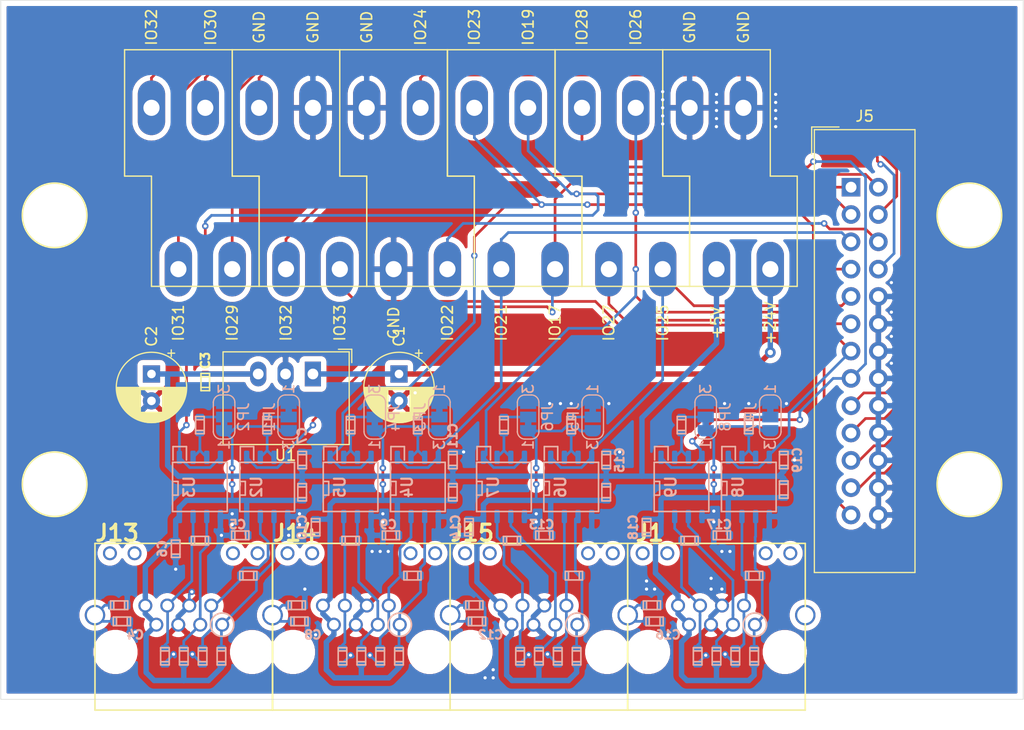
<source format=kicad_pcb>
(kicad_pcb (version 20171130) (host pcbnew "(5.1.5)-3")
  (layers (0 F.Cu signal) (31 B.Cu signal) (34 B.Paste user) (35 F.Paste user) (36 B.SilkS user) (37 F.SilkS user) (38 B.Mask user) (39 F.Mask user) (44 Edge.Cuts user))
  (net 0 "")
  (net 1 +24V)
  (net 2 GND)
  (net 3 +5F)
  (net 4 GNDD)
  (net 5 "Net-(C5-Pad1)")
  (net 6 /IO19)
  (net 7 /IO17)
  (net 8 /IO21)
  (net 9 /IO23)
  (net 10 /IO26)
  (net 11 /IO25)
  (net 12 /IO27)
  (net 13 /IO28)
  (net 14 /IO18)
  (net 15 /IO20)
  (net 16 /IO22)
  (net 17 /IO24)
  (net 18 /IO29)
  (net 19 /IO30)
  (net 20 /IO31)
  (net 21 /IO32)
  (net 22 /IO33)
  (net 23 "Net-(J13-Pad1)")
  (net 24 "Net-(J13-Pad2)")
  (net 25 "Net-(J13-Pad3)")
  (net 26 "Net-(J13-Pad6)")
  (net 27 "Net-(J13-Pad10)")
  (net 28 "Net-(J13-Pad9)")
  (net 29 "Net-(J13-Pad12)")
  (net 30 "Net-(J13-Pad11)")
  (net 31 "Net-(JP1-Pad2)")
  (net 32 "Net-(JP2-Pad2)")
  (net 33 /RJ45/DIR1)
  (net 34 /RJ45/DIR2)
  (net 35 "Net-(C10-Pad1)")
  (net 36 "Net-(J14-Pad1)")
  (net 37 "Net-(J14-Pad2)")
  (net 38 "Net-(J14-Pad3)")
  (net 39 "Net-(J14-Pad6)")
  (net 40 "Net-(J14-Pad10)")
  (net 41 "Net-(J14-Pad9)")
  (net 42 "Net-(J14-Pad12)")
  (net 43 "Net-(J14-Pad11)")
  (net 44 "Net-(JP3-Pad2)")
  (net 45 "Net-(JP4-Pad2)")
  (net 46 /RJ45_2/DIR1)
  (net 47 /RJ45_2/DIR2)
  (net 48 "Net-(C13-Pad1)")
  (net 49 "Net-(J15-Pad1)")
  (net 50 "Net-(J15-Pad2)")
  (net 51 "Net-(J15-Pad3)")
  (net 52 "Net-(J15-Pad6)")
  (net 53 "Net-(J15-Pad10)")
  (net 54 "Net-(J15-Pad9)")
  (net 55 "Net-(J15-Pad12)")
  (net 56 "Net-(J15-Pad11)")
  (net 57 "Net-(JP5-Pad2)")
  (net 58 "Net-(JP6-Pad2)")
  (net 59 /RJ45_3/DIR1)
  (net 60 /RJ45_3/DIR2)
  (net 61 "Net-(C17-Pad1)")
  (net 62 "Net-(J1-Pad11)")
  (net 63 "Net-(J1-Pad12)")
  (net 64 "Net-(J1-Pad9)")
  (net 65 "Net-(J1-Pad10)")
  (net 66 "Net-(J1-Pad6)")
  (net 67 "Net-(J1-Pad3)")
  (net 68 "Net-(J1-Pad2)")
  (net 69 "Net-(J1-Pad1)")
  (net 70 "Net-(JP7-Pad2)")
  (net 71 "Net-(JP8-Pad2)")
  (net 72 /RJ45_5/DIR1)
  (net 73 /RJ45_5/DIR2)
  (module Jumper:SolderJumper-3_P1.3mm_Bridged12_RoundedPad1.0x1.5mm_NumberLabels (layer B.Cu) (at 64 128.75 90)
    (fp_text reference JP6 (at 0 1.8 90) (layer B.SilkS) (effects (justify mirror)))
    (fp_text value JUMPER3_NC)
    (fp_poly (pts (xy -0.9 0.3) (xy -0.4 0.3) (xy -0.4 -0.3) (xy -0.9 -0.3)) (layer B.Cu) (width 0))
    (fp_text user 1 (at -2.6 0 90) (layer B.SilkS) (effects (justify mirror)))
    (fp_text user 3 (at 2.6 0 90) (layer B.SilkS) (effects (justify mirror)))
    (pad 1 smd custom (at -1.3 0 90) (size 1 0.5) (layers B.Cu B.Mask) (net 48 "Net-(C13-Pad1)") (options (clearance outline) (anchor rect)) (primitives (gr_poly (pts (xy 0.55 0.75) (xy 0 0.75) (xy 0 -0.75) (xy 0.55 -0.75)) (width 0)) (gr_circle (center 0 -0.25) (end 0.5 -0.25) (width 0)) (gr_circle (center 0 0.25) (end 0.5 0.25) (width 0))))
    (pad 2 smd rect (at 0 0 90) (size 1 1.5) (layers B.Cu B.Mask) (net 58 "Net-(JP6-Pad2)"))
    (pad 3 smd custom (at 1.3 0 90) (size 1 0.5) (layers B.Cu B.Mask) (net 2 GND) (options (clearance outline) (anchor rect)) (primitives (gr_circle (center 0 -0.25) (end 0.5 -0.25) (width 0)) (gr_circle (center 0 0.25) (end 0.5 0.25) (width 0)) (gr_poly (pts (xy -0.55 0.75) (xy 0 0.75) (xy 0 -0.75) (xy -0.55 -0.75)) (width 0))))
  )
  (module stmbl:RJ45_LED (layer F.Cu) (at 32 156 180)
    (fp_text reference J13 (at 6.194 16.462) (layer F.SilkS) (effects (font (size 1.5 1.5) (thickness 0.3))))
    (fp_text value RJ45_LED)
    (pad "" np_thru_hole circle (at 6.35 5.4 180) (size 3.1 3.1) (drill 3.1) (layers *.Cu *.Mask) (clearance 0.5))
    (pad "" np_thru_hole circle (at -6.35 5.4 180) (size 3.1 3.1) (drill 3.1) (layers *.Cu *.Mask) (clearance 0.5))
    (pad 13 thru_hole circle (at 8.25 8.83 180) (size 1.9 1.9) (drill 1.5) (layers *.Cu *.Mask) (net 4 GNDD))
    (pad 13 thru_hole circle (at -8.25 8.83 180) (size 1.9 1.9) (drill 1.5) (layers *.Cu *.Mask) (net 4 GNDD))
    (pad 1 thru_hole circle (at -3.57 7.94 180) (size 1.3 1.3) (drill 0.9) (layers *.Cu *.Mask) (net 23 "Net-(J13-Pad1)"))
    (pad 2 thru_hole circle (at -2.55 9.72 180) (size 1.3 1.3) (drill 0.9) (layers *.Cu *.Mask) (net 24 "Net-(J13-Pad2)"))
    (pad 3 thru_hole circle (at -1.53 7.94 180) (size 1.3 1.3) (drill 0.9) (layers *.Cu *.Mask) (net 25 "Net-(J13-Pad3)"))
    (pad 4 thru_hole circle (at -0.51 9.72 180) (size 1.3 1.3) (drill 0.9) (layers *.Cu *.Mask) (net 2 GND))
    (pad 5 thru_hole circle (at 0.51 7.94 180) (size 1.3 1.3) (drill 0.9) (layers *.Cu *.Mask) (net 2 GND))
    (pad 6 thru_hole circle (at 1.53 9.72 180) (size 1.3 1.3) (drill 0.9) (layers *.Cu *.Mask) (net 26 "Net-(J13-Pad6)"))
    (pad 7 thru_hole circle (at 2.55 7.94 180) (size 1.3 1.3) (drill 0.9) (layers *.Cu *.Mask) (net 5 "Net-(C5-Pad1)"))
    (pad 8 thru_hole circle (at 3.57 9.72 180) (size 1.3 1.3) (drill 0.9) (layers *.Cu *.Mask) (net 5 "Net-(C5-Pad1)"))
    (pad 10 thru_hole circle (at 6.86 14.58 180) (size 1.3 1.3) (drill 0.9) (layers *.Cu *.Mask) (net 27 "Net-(J13-Pad10)"))
    (pad 9 thru_hole circle (at 4.57 14.58 180) (size 1.3 1.3) (drill 0.9) (layers *.Cu *.Mask) (net 28 "Net-(J13-Pad9)"))
    (pad 12 thru_hole circle (at -4.57 14.58 180) (size 1.3 1.3) (drill 0.9) (layers *.Cu *.Mask) (net 29 "Net-(J13-Pad12)"))
    (pad 11 thru_hole circle (at -6.86 14.58 180) (size 1.3 1.3) (drill 0.9) (layers *.Cu *.Mask) (net 30 "Net-(J13-Pad11)"))
  )
  (module stmbl:RJ45_LED (layer F.Cu) (at 48.5 156 180)
    (fp_text reference J14 (at 6.194 16.462) (layer F.SilkS) (effects (font (size 1.5 1.5) (thickness 0.3))))
    (fp_text value RJ45_LED)
    (pad "" np_thru_hole circle (at 6.35 5.4 180) (size 3.1 3.1) (drill 3.1) (layers *.Cu *.Mask) (clearance 0.5))
    (pad "" np_thru_hole circle (at -6.35 5.4 180) (size 3.1 3.1) (drill 3.1) (layers *.Cu *.Mask) (clearance 0.5))
    (pad 13 thru_hole circle (at 8.25 8.83 180) (size 1.9 1.9) (drill 1.5) (layers *.Cu *.Mask) (net 4 GNDD))
    (pad 13 thru_hole circle (at -8.25 8.83 180) (size 1.9 1.9) (drill 1.5) (layers *.Cu *.Mask) (net 4 GNDD))
    (pad 1 thru_hole circle (at -3.57 7.94 180) (size 1.3 1.3) (drill 0.9) (layers *.Cu *.Mask) (net 36 "Net-(J14-Pad1)"))
    (pad 2 thru_hole circle (at -2.55 9.72 180) (size 1.3 1.3) (drill 0.9) (layers *.Cu *.Mask) (net 37 "Net-(J14-Pad2)"))
    (pad 3 thru_hole circle (at -1.53 7.94 180) (size 1.3 1.3) (drill 0.9) (layers *.Cu *.Mask) (net 38 "Net-(J14-Pad3)"))
    (pad 4 thru_hole circle (at -0.51 9.72 180) (size 1.3 1.3) (drill 0.9) (layers *.Cu *.Mask) (net 2 GND))
    (pad 5 thru_hole circle (at 0.51 7.94 180) (size 1.3 1.3) (drill 0.9) (layers *.Cu *.Mask) (net 2 GND))
    (pad 6 thru_hole circle (at 1.53 9.72 180) (size 1.3 1.3) (drill 0.9) (layers *.Cu *.Mask) (net 39 "Net-(J14-Pad6)"))
    (pad 7 thru_hole circle (at 2.55 7.94 180) (size 1.3 1.3) (drill 0.9) (layers *.Cu *.Mask) (net 35 "Net-(C10-Pad1)"))
    (pad 8 thru_hole circle (at 3.57 9.72 180) (size 1.3 1.3) (drill 0.9) (layers *.Cu *.Mask) (net 35 "Net-(C10-Pad1)"))
    (pad 10 thru_hole circle (at 6.86 14.58 180) (size 1.3 1.3) (drill 0.9) (layers *.Cu *.Mask) (net 40 "Net-(J14-Pad10)"))
    (pad 9 thru_hole circle (at 4.57 14.58 180) (size 1.3 1.3) (drill 0.9) (layers *.Cu *.Mask) (net 41 "Net-(J14-Pad9)"))
    (pad 12 thru_hole circle (at -4.57 14.58 180) (size 1.3 1.3) (drill 0.9) (layers *.Cu *.Mask) (net 42 "Net-(J14-Pad12)"))
    (pad 11 thru_hole circle (at -6.86 14.58 180) (size 1.3 1.3) (drill 0.9) (layers *.Cu *.Mask) (net 43 "Net-(J14-Pad11)"))
  )
  (module stmbl:RJ45_LED (layer F.Cu) (at 81.5 156 180)
    (fp_text reference J1 (at 6.194 16.462) (layer F.SilkS) (effects (font (size 1.5 1.5) (thickness 0.3))))
    (fp_text value RJ45_LED)
    (pad "" np_thru_hole circle (at 6.35 5.4 180) (size 3.1 3.1) (drill 3.1) (layers *.Cu *.Mask) (clearance 0.5))
    (pad "" np_thru_hole circle (at -6.35 5.4 180) (size 3.1 3.1) (drill 3.1) (layers *.Cu *.Mask) (clearance 0.5))
    (pad 13 thru_hole circle (at 8.25 8.83 180) (size 1.9 1.9) (drill 1.5) (layers *.Cu *.Mask) (net 4 GNDD))
    (pad 13 thru_hole circle (at -8.25 8.83 180) (size 1.9 1.9) (drill 1.5) (layers *.Cu *.Mask) (net 4 GNDD))
    (pad 1 thru_hole circle (at -3.57 7.94 180) (size 1.3 1.3) (drill 0.9) (layers *.Cu *.Mask) (net 69 "Net-(J1-Pad1)"))
    (pad 2 thru_hole circle (at -2.55 9.72 180) (size 1.3 1.3) (drill 0.9) (layers *.Cu *.Mask) (net 68 "Net-(J1-Pad2)"))
    (pad 3 thru_hole circle (at -1.53 7.94 180) (size 1.3 1.3) (drill 0.9) (layers *.Cu *.Mask) (net 67 "Net-(J1-Pad3)"))
    (pad 4 thru_hole circle (at -0.51 9.72 180) (size 1.3 1.3) (drill 0.9) (layers *.Cu *.Mask) (net 2 GND))
    (pad 5 thru_hole circle (at 0.51 7.94 180) (size 1.3 1.3) (drill 0.9) (layers *.Cu *.Mask) (net 2 GND))
    (pad 6 thru_hole circle (at 1.53 9.72 180) (size 1.3 1.3) (drill 0.9) (layers *.Cu *.Mask) (net 66 "Net-(J1-Pad6)"))
    (pad 7 thru_hole circle (at 2.55 7.94 180) (size 1.3 1.3) (drill 0.9) (layers *.Cu *.Mask) (net 61 "Net-(C17-Pad1)"))
    (pad 8 thru_hole circle (at 3.57 9.72 180) (size 1.3 1.3) (drill 0.9) (layers *.Cu *.Mask) (net 61 "Net-(C17-Pad1)"))
    (pad 10 thru_hole circle (at 6.86 14.58 180) (size 1.3 1.3) (drill 0.9) (layers *.Cu *.Mask) (net 65 "Net-(J1-Pad10)"))
    (pad 9 thru_hole circle (at 4.57 14.58 180) (size 1.3 1.3) (drill 0.9) (layers *.Cu *.Mask) (net 64 "Net-(J1-Pad9)"))
    (pad 12 thru_hole circle (at -4.57 14.58 180) (size 1.3 1.3) (drill 0.9) (layers *.Cu *.Mask) (net 63 "Net-(J1-Pad12)"))
    (pad 11 thru_hole circle (at -6.86 14.58 180) (size 1.3 1.3) (drill 0.9) (layers *.Cu *.Mask) (net 62 "Net-(J1-Pad11)"))
  )
  (module stmbl:TERMINAL_BLOCK_2PIN_5 (layer F.Cu) (at 64 100 180)
    (fp_text reference J2 (at 0 0) (layer F.SilkS) (effects (font (size 0.787402 0.787402) (thickness 0.015))))
    (fp_text value Conn_01x04)
    (pad 4 thru_hole oval (at 5 0 180) (size 2.54 5.08) (drill 1.5) (layers *.Cu *.Mask) (net 9 /IO23))
    (pad 3 thru_hole oval (at 2.5 -15 180) (size 2.54 5.08) (drill 1.5) (layers *.Cu *.Mask) (net 8 /IO21))
    (pad 2 thru_hole oval (at 0 0 180) (size 2.54 5.08) (drill 1.5) (layers *.Cu *.Mask) (net 6 /IO19))
    (pad 1 thru_hole oval (at -2.5 -15 180) (size 2.54 5.08) (drill 1.5) (layers *.Cu *.Mask) (net 7 /IO17))
  )
  (module stmbl:TERMINAL_BLOCK_2PIN_5 (layer F.Cu) (at 74 100 180)
    (fp_text reference J3 (at 0 0) (layer F.SilkS) (effects (font (size 0.787402 0.787402) (thickness 0.015))))
    (fp_text value Conn_01x04)
    (pad 4 thru_hole oval (at 5 0 180) (size 2.54 5.08) (drill 1.5) (layers *.Cu *.Mask) (net 13 /IO28))
    (pad 3 thru_hole oval (at 2.5 -15 180) (size 2.54 5.08) (drill 1.5) (layers *.Cu *.Mask) (net 12 /IO27))
    (pad 2 thru_hole oval (at 0 0 180) (size 2.54 5.08) (drill 1.5) (layers *.Cu *.Mask) (net 10 /IO26))
    (pad 1 thru_hole oval (at -2.5 -15 180) (size 2.54 5.08) (drill 1.5) (layers *.Cu *.Mask) (net 11 /IO25))
  )
  (module stmbl:TERMINAL_BLOCK_2PIN_5 (layer F.Cu) (at 84 100 180)
    (fp_text reference J8 (at 0 0) (layer F.SilkS) (effects (font (size 0.787402 0.787402) (thickness 0.015))))
    (fp_text value Conn_01x04)
    (pad 4 thru_hole oval (at 5 0 180) (size 2.54 5.08) (drill 1.5) (layers *.Cu *.Mask) (net 2 GND))
    (pad 3 thru_hole oval (at 2.5 -15 180) (size 2.54 5.08) (drill 1.5) (layers *.Cu *.Mask) (net 3 +5F))
    (pad 2 thru_hole oval (at 0 0 180) (size 2.54 5.08) (drill 1.5) (layers *.Cu *.Mask) (net 2 GND))
    (pad 1 thru_hole oval (at -2.5 -15 180) (size 2.54 5.08) (drill 1.5) (layers *.Cu *.Mask) (net 1 +24V))
  )
  (module stmbl:TERMINAL_BLOCK_2PIN_5 (layer F.Cu) (at 54 100 180)
    (fp_text reference J7 (at 0 0) (layer F.SilkS) (effects (font (size 0.787402 0.787402) (thickness 0.015))))
    (fp_text value Conn_01x04)
    (pad 4 thru_hole oval (at 5 0 180) (size 2.54 5.08) (drill 1.5) (layers *.Cu *.Mask) (net 2 GND))
    (pad 3 thru_hole oval (at 2.5 -15 180) (size 2.54 5.08) (drill 1.5) (layers *.Cu *.Mask) (net 2 GND))
    (pad 2 thru_hole oval (at 0 0 180) (size 2.54 5.08) (drill 1.5) (layers *.Cu *.Mask) (net 17 /IO24))
    (pad 1 thru_hole oval (at -2.5 -15 180) (size 2.54 5.08) (drill 1.5) (layers *.Cu *.Mask) (net 16 /IO22))
  )
  (module stmbl:TERMINAL_BLOCK_2PIN_5 (layer F.Cu) (at 44 100 180)
    (fp_text reference J6 (at 0 0) (layer F.SilkS) (effects (font (size 0.787402 0.787402) (thickness 0.015))))
    (fp_text value Conn_01x04)
    (pad 4 thru_hole oval (at 5 0 180) (size 2.54 5.08) (drill 1.5) (layers *.Cu *.Mask) (net 15 /IO20))
    (pad 3 thru_hole oval (at 2.5 -15 180) (size 2.54 5.08) (drill 1.5) (layers *.Cu *.Mask) (net 14 /IO18))
    (pad 2 thru_hole oval (at 0 0 180) (size 2.54 5.08) (drill 1.5) (layers *.Cu *.Mask) (net 2 GND))
    (pad 1 thru_hole oval (at -2.5 -15 180) (size 2.54 5.08) (drill 1.5) (layers *.Cu *.Mask) (net 22 /IO33))
  )
  (module stmbl:TERMINAL_BLOCK_2PIN_5 (layer F.Cu) (at 34 100 180)
    (fp_text reference J4 (at 0 0) (layer F.SilkS) (effects (font (size 0.787402 0.787402) (thickness 0.015))))
    (fp_text value Conn_01x04)
    (pad 4 thru_hole oval (at 5 0 180) (size 2.54 5.08) (drill 1.5) (layers *.Cu *.Mask) (net 21 /IO32))
    (pad 3 thru_hole oval (at 2.5 -15 180) (size 2.54 5.08) (drill 1.5) (layers *.Cu *.Mask) (net 20 /IO31))
    (pad 2 thru_hole oval (at 0 0 180) (size 2.54 5.08) (drill 1.5) (layers *.Cu *.Mask) (net 19 /IO30))
    (pad 1 thru_hole oval (at -2.5 -15 180) (size 2.54 5.08) (drill 1.5) (layers *.Cu *.Mask) (net 18 /IO29))
  )
  (module Jumper:SolderJumper-3_P1.3mm_Bridged12_RoundedPad1.0x1.5mm_NumberLabels (layer B.Cu) (at 80.5 128.75 90)
    (fp_text reference JP8 (at 0 1.8 90) (layer B.SilkS) (effects (justify mirror)))
    (fp_text value JUMPER3_NC)
    (fp_poly (pts (xy -0.9 0.3) (xy -0.4 0.3) (xy -0.4 -0.3) (xy -0.9 -0.3)) (layer B.Cu) (width 0))
    (fp_text user 1 (at -2.6 0 90) (layer B.SilkS) (effects (justify mirror)))
    (fp_text user 3 (at 2.6 0 90) (layer B.SilkS) (effects (justify mirror)))
    (pad 1 smd custom (at -1.3 0 90) (size 1 0.5) (layers B.Cu B.Mask) (net 61 "Net-(C17-Pad1)") (options (clearance outline) (anchor rect)) (primitives (gr_poly (pts (xy 0.55 0.75) (xy 0 0.75) (xy 0 -0.75) (xy 0.55 -0.75)) (width 0)) (gr_circle (center 0 -0.25) (end 0.5 -0.25) (width 0)) (gr_circle (center 0 0.25) (end 0.5 0.25) (width 0))))
    (pad 2 smd rect (at 0 0 90) (size 1 1.5) (layers B.Cu B.Mask) (net 71 "Net-(JP8-Pad2)"))
    (pad 3 smd custom (at 1.3 0 90) (size 1 0.5) (layers B.Cu B.Mask) (net 2 GND) (options (clearance outline) (anchor rect)) (primitives (gr_circle (center 0 -0.25) (end 0.5 -0.25) (width 0)) (gr_circle (center 0 0.25) (end 0.5 0.25) (width 0)) (gr_poly (pts (xy -0.55 0.75) (xy 0 0.75) (xy 0 -0.75) (xy -0.55 -0.75)) (width 0))))
  )
  (module Jumper:SolderJumper-3_P1.3mm_Bridged12_RoundedPad1.0x1.5mm_NumberLabels (layer B.Cu) (at 86.5 128.75 270)
    (fp_text reference JP7 (at 0 1.8 90) (layer B.SilkS) (effects (justify mirror)))
    (fp_text value JUMPER3_NC)
    (fp_poly (pts (xy -0.9 0.3) (xy -0.4 0.3) (xy -0.4 -0.3) (xy -0.9 -0.3)) (layer B.Cu) (width 0))
    (fp_text user 1 (at -2.6 0 90) (layer B.SilkS) (effects (justify mirror)))
    (fp_text user 3 (at 2.6 0 90) (layer B.SilkS) (effects (justify mirror)))
    (pad 1 smd custom (at -1.3 0 270) (size 1 0.5) (layers B.Cu B.Mask) (net 2 GND) (options (clearance outline) (anchor rect)) (primitives (gr_poly (pts (xy 0.55 0.75) (xy 0 0.75) (xy 0 -0.75) (xy 0.55 -0.75)) (width 0)) (gr_circle (center 0 -0.25) (end 0.5 -0.25) (width 0)) (gr_circle (center 0 0.25) (end 0.5 0.25) (width 0))))
    (pad 2 smd rect (at 0 0 270) (size 1 1.5) (layers B.Cu B.Mask) (net 70 "Net-(JP7-Pad2)"))
    (pad 3 smd custom (at 1.3 0 270) (size 1 0.5) (layers B.Cu B.Mask) (net 61 "Net-(C17-Pad1)") (options (clearance outline) (anchor rect)) (primitives (gr_circle (center 0 -0.25) (end 0.5 -0.25) (width 0)) (gr_circle (center 0 0.25) (end 0.5 0.25) (width 0)) (gr_poly (pts (xy -0.55 0.75) (xy 0 0.75) (xy 0 -0.75) (xy -0.55 -0.75)) (width 0))))
  )
  (module Jumper:SolderJumper-3_P1.3mm_Bridged12_RoundedPad1.0x1.5mm_NumberLabels (layer B.Cu) (at 70 128.75 270)
    (fp_text reference JP5 (at 0 1.8 90) (layer B.SilkS) (effects (justify mirror)))
    (fp_text value JUMPER3_NC)
    (fp_poly (pts (xy -0.9 0.3) (xy -0.4 0.3) (xy -0.4 -0.3) (xy -0.9 -0.3)) (layer B.Cu) (width 0))
    (fp_text user 1 (at -2.6 0 90) (layer B.SilkS) (effects (justify mirror)))
    (fp_text user 3 (at 2.6 0 90) (layer B.SilkS) (effects (justify mirror)))
    (pad 1 smd custom (at -1.3 0 270) (size 1 0.5) (layers B.Cu B.Mask) (net 2 GND) (options (clearance outline) (anchor rect)) (primitives (gr_poly (pts (xy 0.55 0.75) (xy 0 0.75) (xy 0 -0.75) (xy 0.55 -0.75)) (width 0)) (gr_circle (center 0 -0.25) (end 0.5 -0.25) (width 0)) (gr_circle (center 0 0.25) (end 0.5 0.25) (width 0))))
    (pad 2 smd rect (at 0 0 270) (size 1 1.5) (layers B.Cu B.Mask) (net 57 "Net-(JP5-Pad2)"))
    (pad 3 smd custom (at 1.3 0 270) (size 1 0.5) (layers B.Cu B.Mask) (net 48 "Net-(C13-Pad1)") (options (clearance outline) (anchor rect)) (primitives (gr_circle (center 0 -0.25) (end 0.5 -0.25) (width 0)) (gr_circle (center 0 0.25) (end 0.5 0.25) (width 0)) (gr_poly (pts (xy -0.55 0.75) (xy 0 0.75) (xy 0 -0.75) (xy -0.55 -0.75)) (width 0))))
  )
  (module Jumper:SolderJumper-3_P1.3mm_Bridged12_RoundedPad1.0x1.5mm_NumberLabels (layer B.Cu) (at 49.75 128.75 90)
    (fp_text reference JP4 (at 0 1.8 90) (layer B.SilkS) (effects (justify mirror)))
    (fp_text value JUMPER3_NC)
    (fp_poly (pts (xy -0.9 0.3) (xy -0.4 0.3) (xy -0.4 -0.3) (xy -0.9 -0.3)) (layer B.Cu) (width 0))
    (fp_text user 1 (at -2.6 0 90) (layer B.SilkS) (effects (justify mirror)))
    (fp_text user 3 (at 2.6 0 90) (layer B.SilkS) (effects (justify mirror)))
    (pad 1 smd custom (at -1.3 0 90) (size 1 0.5) (layers B.Cu B.Mask) (net 35 "Net-(C10-Pad1)") (options (clearance outline) (anchor rect)) (primitives (gr_poly (pts (xy 0.55 0.75) (xy 0 0.75) (xy 0 -0.75) (xy 0.55 -0.75)) (width 0)) (gr_circle (center 0 -0.25) (end 0.5 -0.25) (width 0)) (gr_circle (center 0 0.25) (end 0.5 0.25) (width 0))))
    (pad 2 smd rect (at 0 0 90) (size 1 1.5) (layers B.Cu B.Mask) (net 45 "Net-(JP4-Pad2)"))
    (pad 3 smd custom (at 1.3 0 90) (size 1 0.5) (layers B.Cu B.Mask) (net 2 GND) (options (clearance outline) (anchor rect)) (primitives (gr_circle (center 0 -0.25) (end 0.5 -0.25) (width 0)) (gr_circle (center 0 0.25) (end 0.5 0.25) (width 0)) (gr_poly (pts (xy -0.55 0.75) (xy 0 0.75) (xy 0 -0.75) (xy -0.55 -0.75)) (width 0))))
  )
  (module Jumper:SolderJumper-3_P1.3mm_Bridged12_RoundedPad1.0x1.5mm_NumberLabels (layer B.Cu) (at 55.75 128.75 270)
    (fp_text reference JP3 (at 0 1.8 90) (layer B.SilkS) (effects (justify mirror)))
    (fp_text value JUMPER3_NC)
    (fp_poly (pts (xy -0.9 0.3) (xy -0.4 0.3) (xy -0.4 -0.3) (xy -0.9 -0.3)) (layer B.Cu) (width 0))
    (fp_text user 1 (at -2.6 0 90) (layer B.SilkS) (effects (justify mirror)))
    (fp_text user 3 (at 2.6 0 90) (layer B.SilkS) (effects (justify mirror)))
    (pad 1 smd custom (at -1.3 0 270) (size 1 0.5) (layers B.Cu B.Mask) (net 2 GND) (options (clearance outline) (anchor rect)) (primitives (gr_poly (pts (xy 0.55 0.75) (xy 0 0.75) (xy 0 -0.75) (xy 0.55 -0.75)) (width 0)) (gr_circle (center 0 -0.25) (end 0.5 -0.25) (width 0)) (gr_circle (center 0 0.25) (end 0.5 0.25) (width 0))))
    (pad 2 smd rect (at 0 0 270) (size 1 1.5) (layers B.Cu B.Mask) (net 44 "Net-(JP3-Pad2)"))
    (pad 3 smd custom (at 1.3 0 270) (size 1 0.5) (layers B.Cu B.Mask) (net 35 "Net-(C10-Pad1)") (options (clearance outline) (anchor rect)) (primitives (gr_circle (center 0 -0.25) (end 0.5 -0.25) (width 0)) (gr_circle (center 0 0.25) (end 0.5 0.25) (width 0)) (gr_poly (pts (xy -0.55 0.75) (xy 0 0.75) (xy 0 -0.75) (xy -0.55 -0.75)) (width 0))))
  )
  (module Jumper:SolderJumper-3_P1.3mm_Bridged12_RoundedPad1.0x1.5mm_NumberLabels (layer B.Cu) (at 35.75 128.75 90)
    (fp_text reference JP2 (at 0 1.8 90) (layer B.SilkS) (effects (justify mirror)))
    (fp_text value JUMPER3_NC)
    (fp_poly (pts (xy -0.9 0.3) (xy -0.4 0.3) (xy -0.4 -0.3) (xy -0.9 -0.3)) (layer B.Cu) (width 0))
    (fp_text user 1 (at -2.6 0 90) (layer B.SilkS) (effects (justify mirror)))
    (fp_text user 3 (at 2.6 0 90) (layer B.SilkS) (effects (justify mirror)))
    (pad 1 smd custom (at -1.3 0 90) (size 1 0.5) (layers B.Cu B.Mask) (net 5 "Net-(C5-Pad1)") (options (clearance outline) (anchor rect)) (primitives (gr_poly (pts (xy 0.55 0.75) (xy 0 0.75) (xy 0 -0.75) (xy 0.55 -0.75)) (width 0)) (gr_circle (center 0 -0.25) (end 0.5 -0.25) (width 0)) (gr_circle (center 0 0.25) (end 0.5 0.25) (width 0))))
    (pad 2 smd rect (at 0 0 90) (size 1 1.5) (layers B.Cu B.Mask) (net 32 "Net-(JP2-Pad2)"))
    (pad 3 smd custom (at 1.3 0 90) (size 1 0.5) (layers B.Cu B.Mask) (net 2 GND) (options (clearance outline) (anchor rect)) (primitives (gr_circle (center 0 -0.25) (end 0.5 -0.25) (width 0)) (gr_circle (center 0 0.25) (end 0.5 0.25) (width 0)) (gr_poly (pts (xy -0.55 0.75) (xy 0 0.75) (xy 0 -0.75) (xy -0.55 -0.75)) (width 0))))
  )
  (module Jumper:SolderJumper-3_P1.3mm_Bridged12_RoundedPad1.0x1.5mm_NumberLabels (layer B.Cu) (at 41.75 128.75 270)
    (fp_text reference JP1 (at 0 1.8 90) (layer B.SilkS) (effects (justify mirror)))
    (fp_text value JUMPER3_NC)
    (fp_poly (pts (xy -0.9 0.3) (xy -0.4 0.3) (xy -0.4 -0.3) (xy -0.9 -0.3)) (layer B.Cu) (width 0))
    (fp_text user 1 (at -2.6 0 90) (layer B.SilkS) (effects (justify mirror)))
    (fp_text user 3 (at 2.6 0 90) (layer B.SilkS) (effects (justify mirror)))
    (pad 1 smd custom (at -1.3 0 270) (size 1 0.5) (layers B.Cu B.Mask) (net 2 GND) (options (clearance outline) (anchor rect)) (primitives (gr_poly (pts (xy 0.55 0.75) (xy 0 0.75) (xy 0 -0.75) (xy 0.55 -0.75)) (width 0)) (gr_circle (center 0 -0.25) (end 0.5 -0.25) (width 0)) (gr_circle (center 0 0.25) (end 0.5 0.25) (width 0))))
    (pad 2 smd rect (at 0 0 270) (size 1 1.5) (layers B.Cu B.Mask) (net 31 "Net-(JP1-Pad2)"))
    (pad 3 smd custom (at 1.3 0 270) (size 1 0.5) (layers B.Cu B.Mask) (net 5 "Net-(C5-Pad1)") (options (clearance outline) (anchor rect)) (primitives (gr_circle (center 0 -0.25) (end 0.5 -0.25) (width 0)) (gr_circle (center 0 0.25) (end 0.5 0.25) (width 0)) (gr_poly (pts (xy -0.55 0.75) (xy 0 0.75) (xy 0 -0.75) (xy -0.55 -0.75)) (width 0))))
  )
  (module Connector_IDC:IDC-Header_2x13_P2.54mm_Vertical (layer F.Cu) (at 94 107.38)
    (fp_text reference J5 (at 1.27 -6.604) (layer F.SilkS))
    (fp_text value Conn_02x13_Odd_Even)
    (pad 26 thru_hole oval (at 2.54 30.48) (size 1.7272 1.7272) (drill 1.016) (layers *.Cu *.Mask) (net 2 GND))
    (pad 25 thru_hole oval (at 0 30.48) (size 1.7272 1.7272) (drill 1.016) (layers *.Cu *.Mask) (net 22 /IO33))
    (pad 24 thru_hole oval (at 2.54 27.94) (size 1.7272 1.7272) (drill 1.016) (layers *.Cu *.Mask) (net 2 GND))
    (pad 23 thru_hole oval (at 0 27.94) (size 1.7272 1.7272) (drill 1.016) (layers *.Cu *.Mask) (net 21 /IO32))
    (pad 22 thru_hole oval (at 2.54 25.4) (size 1.7272 1.7272) (drill 1.016) (layers *.Cu *.Mask) (net 2 GND))
    (pad 21 thru_hole oval (at 0 25.4) (size 1.7272 1.7272) (drill 1.016) (layers *.Cu *.Mask) (net 20 /IO31))
    (pad 20 thru_hole oval (at 2.54 22.86) (size 1.7272 1.7272) (drill 1.016) (layers *.Cu *.Mask) (net 2 GND))
    (pad 19 thru_hole oval (at 0 22.86) (size 1.7272 1.7272) (drill 1.016) (layers *.Cu *.Mask) (net 19 /IO30))
    (pad 18 thru_hole oval (at 2.54 20.32) (size 1.7272 1.7272) (drill 1.016) (layers *.Cu *.Mask) (net 2 GND))
    (pad 17 thru_hole oval (at 0 20.32) (size 1.7272 1.7272) (drill 1.016) (layers *.Cu *.Mask) (net 18 /IO29))
    (pad 16 thru_hole oval (at 2.54 17.78) (size 1.7272 1.7272) (drill 1.016) (layers *.Cu *.Mask) (net 2 GND))
    (pad 15 thru_hole oval (at 0 17.78) (size 1.7272 1.7272) (drill 1.016) (layers *.Cu *.Mask) (net 13 /IO28))
    (pad 14 thru_hole oval (at 2.54 15.24) (size 1.7272 1.7272) (drill 1.016) (layers *.Cu *.Mask) (net 2 GND))
    (pad 13 thru_hole oval (at 0 15.24) (size 1.7272 1.7272) (drill 1.016) (layers *.Cu *.Mask) (net 12 /IO27))
    (pad 12 thru_hole oval (at 2.54 12.7) (size 1.7272 1.7272) (drill 1.016) (layers *.Cu *.Mask) (net 2 GND))
    (pad 11 thru_hole oval (at 0 12.7) (size 1.7272 1.7272) (drill 1.016) (layers *.Cu *.Mask) (net 10 /IO26))
    (pad 10 thru_hole oval (at 2.54 10.16) (size 1.7272 1.7272) (drill 1.016) (layers *.Cu *.Mask) (net 2 GND))
    (pad 9 thru_hole oval (at 0 10.16) (size 1.7272 1.7272) (drill 1.016) (layers *.Cu *.Mask) (net 11 /IO25))
    (pad 8 thru_hole oval (at 2.54 7.62) (size 1.7272 1.7272) (drill 1.016) (layers *.Cu *.Mask) (net 17 /IO24))
    (pad 7 thru_hole oval (at 0 7.62) (size 1.7272 1.7272) (drill 1.016) (layers *.Cu *.Mask) (net 9 /IO23))
    (pad 6 thru_hole oval (at 2.54 5.08) (size 1.7272 1.7272) (drill 1.016) (layers *.Cu *.Mask) (net 16 /IO22))
    (pad 5 thru_hole oval (at 0 5.08) (size 1.7272 1.7272) (drill 1.016) (layers *.Cu *.Mask) (net 8 /IO21))
    (pad 4 thru_hole oval (at 2.54 2.54) (size 1.7272 1.7272) (drill 1.016) (layers *.Cu *.Mask) (net 15 /IO20))
    (pad 3 thru_hole oval (at 0 2.54) (size 1.7272 1.7272) (drill 1.016) (layers *.Cu *.Mask) (net 6 /IO19))
    (pad 2 thru_hole oval (at 2.54 0) (size 1.7272 1.7272) (drill 1.016) (layers *.Cu *.Mask) (net 14 /IO18))
    (pad 1 thru_hole rect (at 0 0) (size 1.7272 1.7272) (drill 1.016) (layers *.Cu *.Mask) (net 7 /IO17))
  )
  (module stmbl:SOIC-8-N (layer B.Cu) (at 61.75 135.25 270)
    (fp_text reference U7 (at 0 1 90) (layer B.SilkS) (effects (font (thickness 0.2)) (justify mirror)))
    (fp_text value SN65176B)
    (pad 8 smd roundrect (at 2.75 1.905) (size 0.5 1.25) (layers B.Cu B.Paste B.Mask) (net 48 "Net-(C13-Pad1)"))
    (pad 7 smd roundrect (at 2.75 0.635) (size 0.5 1.25) (layers B.Cu B.Paste B.Mask) (net 52 "Net-(J15-Pad6)"))
    (pad 6 smd roundrect (at 2.75 -0.635) (size 0.5 1.25) (layers B.Cu B.Paste B.Mask) (net 51 "Net-(J15-Pad3)"))
    (pad 5 smd roundrect (at 2.75 -1.905) (size 0.5 1.25) (layers B.Cu B.Paste B.Mask) (net 2 GND))
    (pad 4 smd roundrect (at -2.75 -1.905) (size 0.5 1.25) (layers B.Cu B.Paste B.Mask) (net 10 /IO26))
    (pad 3 smd roundrect (at -2.75 -0.635) (size 0.5 1.25) (layers B.Cu B.Paste B.Mask) (net 60 /RJ45_3/DIR2))
    (pad 2 smd roundrect (at -2.75 0.635) (size 0.5 1.25) (layers B.Cu B.Paste B.Mask) (net 60 /RJ45_3/DIR2))
    (pad 1 smd roundrect (at -2.75 1.905) (size 0.5 1.25) (layers B.Cu B.Paste B.Mask) (net 10 /IO26))
  )
  (module stmbl:SOIC-8-N (layer B.Cu) (at 68 135.25 270)
    (fp_text reference U6 (at 0 1 90) (layer B.SilkS) (effects (font (thickness 0.2)) (justify mirror)))
    (fp_text value SN65176B)
    (pad 8 smd roundrect (at 2.75 1.905) (size 0.5 1.25) (layers B.Cu B.Paste B.Mask) (net 48 "Net-(C13-Pad1)"))
    (pad 7 smd roundrect (at 2.75 0.635) (size 0.5 1.25) (layers B.Cu B.Paste B.Mask) (net 50 "Net-(J15-Pad2)"))
    (pad 6 smd roundrect (at 2.75 -0.635) (size 0.5 1.25) (layers B.Cu B.Paste B.Mask) (net 49 "Net-(J15-Pad1)"))
    (pad 5 smd roundrect (at 2.75 -1.905) (size 0.5 1.25) (layers B.Cu B.Paste B.Mask) (net 2 GND))
    (pad 4 smd roundrect (at -2.75 -1.905) (size 0.5 1.25) (layers B.Cu B.Paste B.Mask) (net 11 /IO25))
    (pad 3 smd roundrect (at -2.75 -0.635) (size 0.5 1.25) (layers B.Cu B.Paste B.Mask) (net 59 /RJ45_3/DIR1))
    (pad 2 smd roundrect (at -2.75 0.635) (size 0.5 1.25) (layers B.Cu B.Paste B.Mask) (net 59 /RJ45_3/DIR1))
    (pad 1 smd roundrect (at -2.75 1.905) (size 0.5 1.25) (layers B.Cu B.Paste B.Mask) (net 11 /IO25))
  )
  (module stmbl:R_0603 (layer B.Cu) (at 61.75 129.5 90)
    (fp_text reference R27 hide)
    (fp_text value 1k)
    (pad 2 smd roundrect (at 0.75 0 90) (size 0.59 0.8) (layers B.Cu B.Paste B.Mask) (net 58 "Net-(JP6-Pad2)"))
    (pad 1 smd roundrect (at -0.75 0 90) (size 0.59 0.8) (layers B.Cu B.Paste B.Mask) (net 60 /RJ45_3/DIR2))
  )
  (module stmbl:R_0603 (layer B.Cu) (at 68 129.5 90)
    (fp_text reference R26 hide)
    (fp_text value 1k)
    (pad 2 smd roundrect (at 0.75 0 90) (size 0.59 0.8) (layers B.Cu B.Paste B.Mask) (net 57 "Net-(JP5-Pad2)"))
    (pad 1 smd roundrect (at -0.75 0 90) (size 0.59 0.8) (layers B.Cu B.Paste B.Mask) (net 59 /RJ45_3/DIR1))
  )
  (module stmbl:R_0603 (layer B.Cu) (at 63.25 151 270)
    (fp_text reference R25 hide)
    (fp_text value 10k)
    (pad 2 smd roundrect (at 0.75 0 270) (size 0.59 0.8) (layers B.Cu B.Paste B.Mask) (net 2 GND))
    (pad 1 smd roundrect (at -0.75 0 270) (size 0.59 0.8) (layers B.Cu B.Paste B.Mask) (net 52 "Net-(J15-Pad6)"))
  )
  (module stmbl:R_0603 (layer B.Cu) (at 62.5 140.25 180)
    (fp_text reference R24 hide)
    (fp_text value 1k)
    (pad 2 smd roundrect (at 0.75 0 180) (size 0.59 0.8) (layers B.Cu B.Paste B.Mask) (net 52 "Net-(J15-Pad6)"))
    (pad 1 smd roundrect (at -0.75 0 180) (size 0.59 0.8) (layers B.Cu B.Paste B.Mask) (net 51 "Net-(J15-Pad3)"))
  )
  (module stmbl:R_0603 (layer B.Cu) (at 65 151 90)
    (fp_text reference R23 hide)
    (fp_text value 10k)
    (pad 2 smd roundrect (at 0.75 0 90) (size 0.59 0.8) (layers B.Cu B.Paste B.Mask) (net 51 "Net-(J15-Pad3)"))
    (pad 1 smd roundrect (at -0.75 0 90) (size 0.59 0.8) (layers B.Cu B.Paste B.Mask) (net 48 "Net-(C13-Pad1)"))
  )
  (module stmbl:R_0603 (layer B.Cu) (at 66.75 151 270)
    (fp_text reference R22 hide)
    (fp_text value 10k)
    (pad 2 smd roundrect (at 0.75 0 270) (size 0.59 0.8) (layers B.Cu B.Paste B.Mask) (net 2 GND))
    (pad 1 smd roundrect (at -0.75 0 270) (size 0.59 0.8) (layers B.Cu B.Paste B.Mask) (net 50 "Net-(J15-Pad2)"))
  )
  (module stmbl:R_0603 (layer B.Cu) (at 68.25 143.5 180)
    (fp_text reference R21 hide)
    (fp_text value 1k)
    (pad 2 smd roundrect (at 0.75 0 180) (size 0.59 0.8) (layers B.Cu B.Paste B.Mask) (net 50 "Net-(J15-Pad2)"))
    (pad 1 smd roundrect (at -0.75 0 180) (size 0.59 0.8) (layers B.Cu B.Paste B.Mask) (net 49 "Net-(J15-Pad1)"))
  )
  (module stmbl:R_0603 (layer B.Cu) (at 68.5 151 90)
    (fp_text reference R20 hide)
    (fp_text value 10k)
    (pad 2 smd roundrect (at 0.75 0 90) (size 0.59 0.8) (layers B.Cu B.Paste B.Mask) (net 49 "Net-(J15-Pad1)"))
    (pad 1 smd roundrect (at -0.75 0 90) (size 0.59 0.8) (layers B.Cu B.Paste B.Mask) (net 48 "Net-(C13-Pad1)"))
  )
  (module stmbl:R_0603 (layer B.Cu) (at 59 146.25)
    (fp_text reference R19 hide)
    (fp_text value 120)
    (pad 2 smd roundrect (at 0.75 0) (size 0.59 0.8) (layers B.Cu B.Paste B.Mask) (net 2 GND))
    (pad 1 smd roundrect (at -0.75 0) (size 0.59 0.8) (layers B.Cu B.Paste B.Mask) (net 4 GNDD))
  )
  (module stmbl:R_0603 (layer B.Cu) (at 71.25 135.75 90)
    (fp_text reference L3 hide)
    (fp_text value "220r 700mA")
    (pad 2 smd roundrect (at 0.75 0 90) (size 0.59 0.8) (layers B.Cu B.Paste B.Mask) (net 3 +5F))
    (pad 1 smd roundrect (at -0.75 0 90) (size 0.59 0.8) (layers B.Cu B.Paste B.Mask) (net 48 "Net-(C13-Pad1)"))
  )
  (module stmbl:RJ45_LED (layer F.Cu) (at 65 156 180)
    (fp_text reference J15 (at 6.194 16.462) (layer F.SilkS) (effects (font (size 1.5 1.5) (thickness 0.3))))
    (fp_text value RJ45_LED)
    (pad "" np_thru_hole circle (at 6.35 5.4 180) (size 3.1 3.1) (drill 3.1) (layers *.Cu *.Mask) (clearance 0.5))
    (pad "" np_thru_hole circle (at -6.35 5.4 180) (size 3.1 3.1) (drill 3.1) (layers *.Cu *.Mask) (clearance 0.5))
    (pad 13 thru_hole circle (at 8.25 8.83 180) (size 1.9 1.9) (drill 1.5) (layers *.Cu *.Mask) (net 4 GNDD))
    (pad 13 thru_hole circle (at -8.25 8.83 180) (size 1.9 1.9) (drill 1.5) (layers *.Cu *.Mask) (net 4 GNDD))
    (pad 1 thru_hole circle (at -3.57 7.94 180) (size 1.3 1.3) (drill 0.9) (layers *.Cu *.Mask) (net 49 "Net-(J15-Pad1)"))
    (pad 2 thru_hole circle (at -2.55 9.72 180) (size 1.3 1.3) (drill 0.9) (layers *.Cu *.Mask) (net 50 "Net-(J15-Pad2)"))
    (pad 3 thru_hole circle (at -1.53 7.94 180) (size 1.3 1.3) (drill 0.9) (layers *.Cu *.Mask) (net 51 "Net-(J15-Pad3)"))
    (pad 4 thru_hole circle (at -0.51 9.72 180) (size 1.3 1.3) (drill 0.9) (layers *.Cu *.Mask) (net 2 GND))
    (pad 5 thru_hole circle (at 0.51 7.94 180) (size 1.3 1.3) (drill 0.9) (layers *.Cu *.Mask) (net 2 GND))
    (pad 6 thru_hole circle (at 1.53 9.72 180) (size 1.3 1.3) (drill 0.9) (layers *.Cu *.Mask) (net 52 "Net-(J15-Pad6)"))
    (pad 7 thru_hole circle (at 2.55 7.94 180) (size 1.3 1.3) (drill 0.9) (layers *.Cu *.Mask) (net 48 "Net-(C13-Pad1)"))
    (pad 8 thru_hole circle (at 3.57 9.72 180) (size 1.3 1.3) (drill 0.9) (layers *.Cu *.Mask) (net 48 "Net-(C13-Pad1)"))
    (pad 10 thru_hole circle (at 6.86 14.58 180) (size 1.3 1.3) (drill 0.9) (layers *.Cu *.Mask) (net 53 "Net-(J15-Pad10)"))
    (pad 9 thru_hole circle (at 4.57 14.58 180) (size 1.3 1.3) (drill 0.9) (layers *.Cu *.Mask) (net 54 "Net-(J15-Pad9)"))
    (pad 12 thru_hole circle (at -4.57 14.58 180) (size 1.3 1.3) (drill 0.9) (layers *.Cu *.Mask) (net 55 "Net-(J15-Pad12)"))
    (pad 11 thru_hole circle (at -6.86 14.58 180) (size 1.3 1.3) (drill 0.9) (layers *.Cu *.Mask) (net 56 "Net-(J15-Pad11)"))
  )
  (module stmbl:C_0603 (layer B.Cu) (at 71.25 132.75 90)
    (fp_text reference C15 (at 0 1.25 90) (layer B.SilkS) (effects (font (size 0.8 0.8) (thickness 0.2)) (justify mirror)))
    (fp_text value 100n)
    (pad 2 smd roundrect (at 0.75 0 90) (size 0.59 0.8) (layers B.Cu B.Paste B.Mask) (net 2 GND))
    (pad 1 smd roundrect (at -0.75 0 90) (size 0.59 0.8) (layers B.Cu B.Paste B.Mask) (net 3 +5F))
  )
  (module stmbl:C_0603 (layer B.Cu) (at 58.5 139 270)
    (fp_text reference C14 (at 0 1.25 90) (layer B.SilkS) (effects (font (size 0.8 0.8) (thickness 0.2)) (justify mirror)))
    (fp_text value 100n)
    (pad 2 smd roundrect (at 0.75 0 270) (size 0.59 0.8) (layers B.Cu B.Paste B.Mask) (net 2 GND))
    (pad 1 smd roundrect (at -0.75 0 270) (size 0.59 0.8) (layers B.Cu B.Paste B.Mask) (net 48 "Net-(C13-Pad1)"))
  )
  (module stmbl:C_0603 (layer B.Cu) (at 65.5 139.75 180)
    (fp_text reference C13 (at 0.25 1) (layer B.SilkS) (effects (font (size 0.8 0.8) (thickness 0.2)) (justify mirror)))
    (fp_text value 100n)
    (pad 2 smd roundrect (at 0.75 0 180) (size 0.59 0.8) (layers B.Cu B.Paste B.Mask) (net 2 GND))
    (pad 1 smd roundrect (at -0.75 0 180) (size 0.59 0.8) (layers B.Cu B.Paste B.Mask) (net 48 "Net-(C13-Pad1)"))
  )
  (module stmbl:C_0603 (layer B.Cu) (at 59.25 147.75)
    (fp_text reference C12 (at 1.25 1.25) (layer B.SilkS) (effects (font (size 0.8 0.8) (thickness 0.2)) (justify mirror)))
    (fp_text value 100n)
    (pad 2 smd roundrect (at 0.75 0) (size 0.59 0.8) (layers B.Cu B.Paste B.Mask) (net 2 GND))
    (pad 1 smd roundrect (at -0.75 0) (size 0.59 0.8) (layers B.Cu B.Paste B.Mask) (net 4 GNDD))
  )
  (module stmbl:SOIC-8-N (layer B.Cu) (at 47.5 135.25 270)
    (fp_text reference U5 (at 0 1 90) (layer B.SilkS) (effects (font (thickness 0.2)) (justify mirror)))
    (fp_text value SN65176B)
    (pad 8 smd roundrect (at 2.75 1.905) (size 0.5 1.25) (layers B.Cu B.Paste B.Mask) (net 35 "Net-(C10-Pad1)"))
    (pad 7 smd roundrect (at 2.75 0.635) (size 0.5 1.25) (layers B.Cu B.Paste B.Mask) (net 39 "Net-(J14-Pad6)"))
    (pad 6 smd roundrect (at 2.75 -0.635) (size 0.5 1.25) (layers B.Cu B.Paste B.Mask) (net 38 "Net-(J14-Pad3)"))
    (pad 5 smd roundrect (at 2.75 -1.905) (size 0.5 1.25) (layers B.Cu B.Paste B.Mask) (net 2 GND))
    (pad 4 smd roundrect (at -2.75 -1.905) (size 0.5 1.25) (layers B.Cu B.Paste B.Mask) (net 9 /IO23))
    (pad 3 smd roundrect (at -2.75 -0.635) (size 0.5 1.25) (layers B.Cu B.Paste B.Mask) (net 47 /RJ45_2/DIR2))
    (pad 2 smd roundrect (at -2.75 0.635) (size 0.5 1.25) (layers B.Cu B.Paste B.Mask) (net 47 /RJ45_2/DIR2))
    (pad 1 smd roundrect (at -2.75 1.905) (size 0.5 1.25) (layers B.Cu B.Paste B.Mask) (net 9 /IO23))
  )
  (module stmbl:SOIC-8-N (layer B.Cu) (at 53.75 135.25 270)
    (fp_text reference U4 (at 0 1 90) (layer B.SilkS) (effects (font (thickness 0.2)) (justify mirror)))
    (fp_text value SN65176B)
    (pad 8 smd roundrect (at 2.75 1.905) (size 0.5 1.25) (layers B.Cu B.Paste B.Mask) (net 35 "Net-(C10-Pad1)"))
    (pad 7 smd roundrect (at 2.75 0.635) (size 0.5 1.25) (layers B.Cu B.Paste B.Mask) (net 37 "Net-(J14-Pad2)"))
    (pad 6 smd roundrect (at 2.75 -0.635) (size 0.5 1.25) (layers B.Cu B.Paste B.Mask) (net 36 "Net-(J14-Pad1)"))
    (pad 5 smd roundrect (at 2.75 -1.905) (size 0.5 1.25) (layers B.Cu B.Paste B.Mask) (net 2 GND))
    (pad 4 smd roundrect (at -2.75 -1.905) (size 0.5 1.25) (layers B.Cu B.Paste B.Mask) (net 8 /IO21))
    (pad 3 smd roundrect (at -2.75 -0.635) (size 0.5 1.25) (layers B.Cu B.Paste B.Mask) (net 46 /RJ45_2/DIR1))
    (pad 2 smd roundrect (at -2.75 0.635) (size 0.5 1.25) (layers B.Cu B.Paste B.Mask) (net 46 /RJ45_2/DIR1))
    (pad 1 smd roundrect (at -2.75 1.905) (size 0.5 1.25) (layers B.Cu B.Paste B.Mask) (net 8 /IO21))
  )
  (module stmbl:R_0603 (layer B.Cu) (at 47.5 129.5 90)
    (fp_text reference R18 hide)
    (fp_text value 1k)
    (pad 2 smd roundrect (at 0.75 0 90) (size 0.59 0.8) (layers B.Cu B.Paste B.Mask) (net 45 "Net-(JP4-Pad2)"))
    (pad 1 smd roundrect (at -0.75 0 90) (size 0.59 0.8) (layers B.Cu B.Paste B.Mask) (net 47 /RJ45_2/DIR2))
  )
  (module stmbl:R_0603 (layer B.Cu) (at 53.75 129.5 90)
    (fp_text reference R17 hide)
    (fp_text value 1k)
    (pad 2 smd roundrect (at 0.75 0 90) (size 0.59 0.8) (layers B.Cu B.Paste B.Mask) (net 44 "Net-(JP3-Pad2)"))
    (pad 1 smd roundrect (at -0.75 0 90) (size 0.59 0.8) (layers B.Cu B.Paste B.Mask) (net 46 /RJ45_2/DIR1))
  )
  (module stmbl:R_0603 (layer B.Cu) (at 46.75 151 270)
    (fp_text reference R16 hide)
    (fp_text value 10k)
    (pad 2 smd roundrect (at 0.75 0 270) (size 0.59 0.8) (layers B.Cu B.Paste B.Mask) (net 2 GND))
    (pad 1 smd roundrect (at -0.75 0 270) (size 0.59 0.8) (layers B.Cu B.Paste B.Mask) (net 39 "Net-(J14-Pad6)"))
  )
  (module stmbl:R_0603 (layer B.Cu) (at 47.5 140.25 180)
    (fp_text reference R15 hide)
    (fp_text value 1k)
    (pad 2 smd roundrect (at 0.75 0 180) (size 0.59 0.8) (layers B.Cu B.Paste B.Mask) (net 39 "Net-(J14-Pad6)"))
    (pad 1 smd roundrect (at -0.75 0 180) (size 0.59 0.8) (layers B.Cu B.Paste B.Mask) (net 38 "Net-(J14-Pad3)"))
  )
  (module stmbl:R_0603 (layer B.Cu) (at 48.5 151 90)
    (fp_text reference R14 hide)
    (fp_text value 10k)
    (pad 2 smd roundrect (at 0.75 0 90) (size 0.59 0.8) (layers B.Cu B.Paste B.Mask) (net 38 "Net-(J14-Pad3)"))
    (pad 1 smd roundrect (at -0.75 0 90) (size 0.59 0.8) (layers B.Cu B.Paste B.Mask) (net 35 "Net-(C10-Pad1)"))
  )
  (module stmbl:R_0603 (layer B.Cu) (at 50.25 151 270)
    (fp_text reference R13 hide)
    (fp_text value 10k)
    (pad 2 smd roundrect (at 0.75 0 270) (size 0.59 0.8) (layers B.Cu B.Paste B.Mask) (net 2 GND))
    (pad 1 smd roundrect (at -0.75 0 270) (size 0.59 0.8) (layers B.Cu B.Paste B.Mask) (net 37 "Net-(J14-Pad2)"))
  )
  (module stmbl:R_0603 (layer B.Cu) (at 53.25 143.5 180)
    (fp_text reference R12 hide)
    (fp_text value 1k)
    (pad 2 smd roundrect (at 0.75 0 180) (size 0.59 0.8) (layers B.Cu B.Paste B.Mask) (net 37 "Net-(J14-Pad2)"))
    (pad 1 smd roundrect (at -0.75 0 180) (size 0.59 0.8) (layers B.Cu B.Paste B.Mask) (net 36 "Net-(J14-Pad1)"))
  )
  (module stmbl:R_0603 (layer B.Cu) (at 52 151 90)
    (fp_text reference R11 hide)
    (fp_text value 10k)
    (pad 2 smd roundrect (at 0.75 0 90) (size 0.59 0.8) (layers B.Cu B.Paste B.Mask) (net 36 "Net-(J14-Pad1)"))
    (pad 1 smd roundrect (at -0.75 0 90) (size 0.59 0.8) (layers B.Cu B.Paste B.Mask) (net 35 "Net-(C10-Pad1)"))
  )
  (module stmbl:R_0603 (layer B.Cu) (at 42.5 146.25)
    (fp_text reference R10 hide)
    (fp_text value 120)
    (pad 2 smd roundrect (at 0.75 0) (size 0.59 0.8) (layers B.Cu B.Paste B.Mask) (net 2 GND))
    (pad 1 smd roundrect (at -0.75 0) (size 0.59 0.8) (layers B.Cu B.Paste B.Mask) (net 4 GNDD))
  )
  (module stmbl:R_0603 (layer B.Cu) (at 57 135.75 90)
    (fp_text reference L2 hide)
    (fp_text value "220r 700mA")
    (pad 2 smd roundrect (at 0.75 0 90) (size 0.59 0.8) (layers B.Cu B.Paste B.Mask) (net 3 +5F))
    (pad 1 smd roundrect (at -0.75 0 90) (size 0.59 0.8) (layers B.Cu B.Paste B.Mask) (net 35 "Net-(C10-Pad1)"))
  )
  (module stmbl:C_0603 (layer B.Cu) (at 57 132.75 90)
    (fp_text reference C11 (at 2.25 0 90) (layer B.SilkS) (effects (font (size 0.8 0.8) (thickness 0.2)) (justify mirror)))
    (fp_text value 100n)
    (pad 2 smd roundrect (at 0.75 0 90) (size 0.59 0.8) (layers B.Cu B.Paste B.Mask) (net 2 GND))
    (pad 1 smd roundrect (at -0.75 0 90) (size 0.59 0.8) (layers B.Cu B.Paste B.Mask) (net 3 +5F))
  )
  (module stmbl:C_0603 (layer B.Cu) (at 44.25 139 270)
    (fp_text reference C10 (at 0 1.25 90) (layer B.SilkS) (effects (font (size 0.8 0.8) (thickness 0.2)) (justify mirror)))
    (fp_text value 100n)
    (pad 2 smd roundrect (at 0.75 0 270) (size 0.59 0.8) (layers B.Cu B.Paste B.Mask) (net 2 GND))
    (pad 1 smd roundrect (at -0.75 0 270) (size 0.59 0.8) (layers B.Cu B.Paste B.Mask) (net 35 "Net-(C10-Pad1)"))
  )
  (module stmbl:C_0603 (layer B.Cu) (at 51.25 139.75 180)
    (fp_text reference C9 (at 0.25 1) (layer B.SilkS) (effects (font (size 0.8 0.8) (thickness 0.2)) (justify mirror)))
    (fp_text value 100n)
    (pad 2 smd roundrect (at 0.75 0 180) (size 0.59 0.8) (layers B.Cu B.Paste B.Mask) (net 2 GND))
    (pad 1 smd roundrect (at -0.75 0 180) (size 0.59 0.8) (layers B.Cu B.Paste B.Mask) (net 35 "Net-(C10-Pad1)"))
  )
  (module stmbl:C_0603 (layer B.Cu) (at 42.75 147.75)
    (fp_text reference C8 (at 1.25 1.25) (layer B.SilkS) (effects (font (size 0.8 0.8) (thickness 0.2)) (justify mirror)))
    (fp_text value 100n)
    (pad 2 smd roundrect (at 0.75 0) (size 0.59 0.8) (layers B.Cu B.Paste B.Mask) (net 2 GND))
    (pad 1 smd roundrect (at -0.75 0) (size 0.59 0.8) (layers B.Cu B.Paste B.Mask) (net 4 GNDD))
  )
  (module stmbl:R_0603 (layer B.Cu) (at 43 135.75 90)
    (fp_text reference L1 hide)
    (fp_text value "220r 700mA")
    (pad 2 smd roundrect (at 0.75 0 90) (size 0.59 0.8) (layers B.Cu B.Paste B.Mask) (net 3 +5F))
    (pad 1 smd roundrect (at -0.75 0 90) (size 0.59 0.8) (layers B.Cu B.Paste B.Mask) (net 5 "Net-(C5-Pad1)"))
  )
  (module stmbl:R_0603 (layer B.Cu) (at 38 143.5 180)
    (fp_text reference R3 hide)
    (fp_text value 1k)
    (pad 2 smd roundrect (at 0.75 0 180) (size 0.59 0.8) (layers B.Cu B.Paste B.Mask) (net 24 "Net-(J13-Pad2)"))
    (pad 1 smd roundrect (at -0.75 0 180) (size 0.59 0.8) (layers B.Cu B.Paste B.Mask) (net 23 "Net-(J13-Pad1)"))
  )
  (module stmbl:non_plated_3mm (layer F.Cu) (at 105 135)
    (fp_text reference U13 hide)
    (fp_text value non_plated)
    (pad "" np_thru_hole circle (at 0 0) (size 3.5 3.5) (drill 3.5) (layers *.Cu *.Mask) (clearance 1.25))
  )
  (module stmbl:non_plated_3mm (layer F.Cu) (at 105 110 270)
    (fp_text reference U12 hide)
    (fp_text value non_plated)
    (pad "" np_thru_hole circle (at 0 0 270) (size 3.5 3.5) (drill 3.5) (layers *.Cu *.Mask) (clearance 1.25))
  )
  (module stmbl:non_plated_3mm (layer F.Cu) (at 20 135)
    (fp_text reference U11 hide)
    (fp_text value non_plated)
    (pad "" np_thru_hole circle (at 0 0) (size 3.5 3.5) (drill 3.5) (layers *.Cu *.Mask) (clearance 1.25))
  )
  (module stmbl:non_plated_3mm (layer F.Cu) (at 20 110 270)
    (fp_text reference U10 hide)
    (fp_text value non_plated)
    (pad "" np_thru_hole circle (at 0 0 270) (size 3.5 3.5) (drill 3.5) (layers *.Cu *.Mask) (clearance 1.25))
  )
  (module Capacitor_THT:CP_Radial_D6.3mm_P2.50mm (layer F.Cu) (at 52 124.75 270)
    (fp_text reference C1 (at -3.5 0 90) (layer F.SilkS))
    (fp_text value 22uF)
    (pad 2 thru_hole circle (at 2.5 0 270) (size 1.6 1.6) (drill 0.8) (layers *.Cu *.Mask) (net 2 GND))
    (pad 1 thru_hole rect (at 0 0 270) (size 1.6 1.6) (drill 0.8) (layers *.Cu *.Mask) (net 1 +24V))
  )
  (module Capacitor_THT:CP_Radial_D6.3mm_P2.50mm (layer F.Cu) (at 29 124.75 270)
    (fp_text reference C2 (at -3.5 0 90) (layer F.SilkS))
    (fp_text value 22uF)
    (pad 2 thru_hole circle (at 2.5 0 270) (size 1.6 1.6) (drill 0.8) (layers *.Cu *.Mask) (net 2 GND))
    (pad 1 thru_hole rect (at 0 0 270) (size 1.6 1.6) (drill 0.8) (layers *.Cu *.Mask) (net 3 +5F))
  )
  (module stmbl:C_0603 (layer F.Cu) (at 34 125.5 270)
    (fp_text reference C3 (at -2 0 90) (layer F.SilkS) (effects (font (size 0.8 0.8) (thickness 0.2))))
    (fp_text value 100n)
    (pad 2 smd roundrect (at 0.75 0 270) (size 0.59 0.8) (layers F.Cu F.Paste F.Mask) (net 2 GND))
    (pad 1 smd roundrect (at -0.75 0 270) (size 0.59 0.8) (layers F.Cu F.Paste F.Mask) (net 3 +5F))
  )
  (module stmbl:C_0603 (layer B.Cu) (at 26.25 147.75)
    (fp_text reference C4 (at 1.25 1.25) (layer B.SilkS) (effects (font (size 0.8 0.8) (thickness 0.2)) (justify mirror)))
    (fp_text value 100n)
    (pad 2 smd roundrect (at 0.75 0) (size 0.59 0.8) (layers B.Cu B.Paste B.Mask) (net 2 GND))
    (pad 1 smd roundrect (at -0.75 0) (size 0.59 0.8) (layers B.Cu B.Paste B.Mask) (net 4 GNDD))
  )
  (module stmbl:C_0603 (layer B.Cu) (at 37.25 139.75 180)
    (fp_text reference C5 (at 0.25 1) (layer B.SilkS) (effects (font (size 0.8 0.8) (thickness 0.2)) (justify mirror)))
    (fp_text value 100n)
    (pad 2 smd roundrect (at 0.75 0 180) (size 0.59 0.8) (layers B.Cu B.Paste B.Mask) (net 2 GND))
    (pad 1 smd roundrect (at -0.75 0 180) (size 0.59 0.8) (layers B.Cu B.Paste B.Mask) (net 5 "Net-(C5-Pad1)"))
  )
  (module stmbl:C_0603 (layer B.Cu) (at 31.25 141 270)
    (fp_text reference C6 (at 0 1.25 90) (layer B.SilkS) (effects (font (size 0.8 0.8) (thickness 0.2)) (justify mirror)))
    (fp_text value 100n)
    (pad 2 smd roundrect (at 0.75 0 270) (size 0.59 0.8) (layers B.Cu B.Paste B.Mask) (net 2 GND))
    (pad 1 smd roundrect (at -0.75 0 270) (size 0.59 0.8) (layers B.Cu B.Paste B.Mask) (net 5 "Net-(C5-Pad1)"))
  )
  (module stmbl:C_0603 (layer B.Cu) (at 43 132.75 90)
    (fp_text reference C7 (at 2.25 0 90) (layer B.SilkS) (effects (font (size 0.8 0.8) (thickness 0.2)) (justify mirror)))
    (fp_text value 100n)
    (pad 2 smd roundrect (at 0.75 0 90) (size 0.59 0.8) (layers B.Cu B.Paste B.Mask) (net 2 GND))
    (pad 1 smd roundrect (at -0.75 0 90) (size 0.59 0.8) (layers B.Cu B.Paste B.Mask) (net 3 +5F))
  )
  (module stmbl:R_0603 (layer B.Cu) (at 26 146.25)
    (fp_text reference R1 hide)
    (fp_text value 120)
    (pad 2 smd roundrect (at 0.75 0) (size 0.59 0.8) (layers B.Cu B.Paste B.Mask) (net 2 GND))
    (pad 1 smd roundrect (at -0.75 0) (size 0.59 0.8) (layers B.Cu B.Paste B.Mask) (net 4 GNDD))
  )
  (module stmbl:R_0603 (layer B.Cu) (at 35.5 151 90)
    (fp_text reference R2 hide)
    (fp_text value 10k)
    (pad 2 smd roundrect (at 0.75 0 90) (size 0.59 0.8) (layers B.Cu B.Paste B.Mask) (net 23 "Net-(J13-Pad1)"))
    (pad 1 smd roundrect (at -0.75 0 90) (size 0.59 0.8) (layers B.Cu B.Paste B.Mask) (net 5 "Net-(C5-Pad1)"))
  )
  (module stmbl:R_0603 (layer B.Cu) (at 33.75 151 270)
    (fp_text reference R4 hide)
    (fp_text value 10k)
    (pad 2 smd roundrect (at 0.75 0 270) (size 0.59 0.8) (layers B.Cu B.Paste B.Mask) (net 2 GND))
    (pad 1 smd roundrect (at -0.75 0 270) (size 0.59 0.8) (layers B.Cu B.Paste B.Mask) (net 24 "Net-(J13-Pad2)"))
  )
  (module stmbl:R_0603 (layer B.Cu) (at 32 151 90)
    (fp_text reference R5 hide)
    (fp_text value 10k)
    (pad 2 smd roundrect (at 0.75 0 90) (size 0.59 0.8) (layers B.Cu B.Paste B.Mask) (net 25 "Net-(J13-Pad3)"))
    (pad 1 smd roundrect (at -0.75 0 90) (size 0.59 0.8) (layers B.Cu B.Paste B.Mask) (net 5 "Net-(C5-Pad1)"))
  )
  (module stmbl:R_0603 (layer B.Cu) (at 33.5 140.25 180)
    (fp_text reference R6 hide)
    (fp_text value 1k)
    (pad 2 smd roundrect (at 0.75 0 180) (size 0.59 0.8) (layers B.Cu B.Paste B.Mask) (net 26 "Net-(J13-Pad6)"))
    (pad 1 smd roundrect (at -0.75 0 180) (size 0.59 0.8) (layers B.Cu B.Paste B.Mask) (net 25 "Net-(J13-Pad3)"))
  )
  (module stmbl:R_0603 (layer B.Cu) (at 30.25 151 270)
    (fp_text reference R7 hide)
    (fp_text value 10k)
    (pad 2 smd roundrect (at 0.75 0 270) (size 0.59 0.8) (layers B.Cu B.Paste B.Mask) (net 2 GND))
    (pad 1 smd roundrect (at -0.75 0 270) (size 0.59 0.8) (layers B.Cu B.Paste B.Mask) (net 26 "Net-(J13-Pad6)"))
  )
  (module stmbl:R_0603 (layer B.Cu) (at 39.75 129.5 90)
    (fp_text reference R8 hide)
    (fp_text value 1k)
    (pad 2 smd roundrect (at 0.75 0 90) (size 0.59 0.8) (layers B.Cu B.Paste B.Mask) (net 31 "Net-(JP1-Pad2)"))
    (pad 1 smd roundrect (at -0.75 0 90) (size 0.59 0.8) (layers B.Cu B.Paste B.Mask) (net 33 /RJ45/DIR1))
  )
  (module stmbl:R_0603 (layer B.Cu) (at 33.5 129.5 90)
    (fp_text reference R9 hide)
    (fp_text value 1k)
    (pad 2 smd roundrect (at 0.75 0 90) (size 0.59 0.8) (layers B.Cu B.Paste B.Mask) (net 32 "Net-(JP2-Pad2)"))
    (pad 1 smd roundrect (at -0.75 0 90) (size 0.59 0.8) (layers B.Cu B.Paste B.Mask) (net 34 /RJ45/DIR2))
  )
  (module Converter_DCDC:Converter_DCDC_RECOM_R-78E-0.5_THT (layer F.Cu) (at 44 124.75 180)
    (fp_text reference U1 (at 2.54 -7.56) (layer F.SilkS))
    (fp_text value R-78C5.0-1.0)
    (pad 3 thru_hole oval (at 5.08 0 180) (size 1.5 2.3) (drill 1) (layers *.Cu *.Mask) (net 3 +5F))
    (pad 2 thru_hole oval (at 2.54 0 180) (size 1.5 2.3) (drill 1) (layers *.Cu *.Mask) (net 2 GND))
    (pad 1 thru_hole rect (at 0 0 180) (size 1.5 2.3) (drill 1) (layers *.Cu *.Mask) (net 1 +24V))
  )
  (module stmbl:SOIC-8-N (layer B.Cu) (at 39.75 135.25 270)
    (fp_text reference U2 (at 0 1 90) (layer B.SilkS) (effects (font (thickness 0.2)) (justify mirror)))
    (fp_text value SN65176B)
    (pad 8 smd roundrect (at 2.75 1.905) (size 0.5 1.25) (layers B.Cu B.Paste B.Mask) (net 5 "Net-(C5-Pad1)"))
    (pad 7 smd roundrect (at 2.75 0.635) (size 0.5 1.25) (layers B.Cu B.Paste B.Mask) (net 24 "Net-(J13-Pad2)"))
    (pad 6 smd roundrect (at 2.75 -0.635) (size 0.5 1.25) (layers B.Cu B.Paste B.Mask) (net 23 "Net-(J13-Pad1)"))
    (pad 5 smd roundrect (at 2.75 -1.905) (size 0.5 1.25) (layers B.Cu B.Paste B.Mask) (net 2 GND))
    (pad 4 smd roundrect (at -2.75 -1.905) (size 0.5 1.25) (layers B.Cu B.Paste B.Mask) (net 7 /IO17))
    (pad 3 smd roundrect (at -2.75 -0.635) (size 0.5 1.25) (layers B.Cu B.Paste B.Mask) (net 33 /RJ45/DIR1))
    (pad 2 smd roundrect (at -2.75 0.635) (size 0.5 1.25) (layers B.Cu B.Paste B.Mask) (net 33 /RJ45/DIR1))
    (pad 1 smd roundrect (at -2.75 1.905) (size 0.5 1.25) (layers B.Cu B.Paste B.Mask) (net 7 /IO17))
  )
  (module stmbl:SOIC-8-N (layer B.Cu) (at 33.5 135.25 270)
    (fp_text reference U3 (at 0 1 90) (layer B.SilkS) (effects (font (thickness 0.2)) (justify mirror)))
    (fp_text value SN65176B)
    (pad 8 smd roundrect (at 2.75 1.905) (size 0.5 1.25) (layers B.Cu B.Paste B.Mask) (net 5 "Net-(C5-Pad1)"))
    (pad 7 smd roundrect (at 2.75 0.635) (size 0.5 1.25) (layers B.Cu B.Paste B.Mask) (net 26 "Net-(J13-Pad6)"))
    (pad 6 smd roundrect (at 2.75 -0.635) (size 0.5 1.25) (layers B.Cu B.Paste B.Mask) (net 25 "Net-(J13-Pad3)"))
    (pad 5 smd roundrect (at 2.75 -1.905) (size 0.5 1.25) (layers B.Cu B.Paste B.Mask) (net 2 GND))
    (pad 4 smd roundrect (at -2.75 -1.905) (size 0.5 1.25) (layers B.Cu B.Paste B.Mask) (net 6 /IO19))
    (pad 3 smd roundrect (at -2.75 -0.635) (size 0.5 1.25) (layers B.Cu B.Paste B.Mask) (net 34 /RJ45/DIR2))
    (pad 2 smd roundrect (at -2.75 0.635) (size 0.5 1.25) (layers B.Cu B.Paste B.Mask) (net 34 /RJ45/DIR2))
    (pad 1 smd roundrect (at -2.75 1.905) (size 0.5 1.25) (layers B.Cu B.Paste B.Mask) (net 6 /IO19))
  )
  (module stmbl:C_0603 (layer B.Cu) (at 75.75 147.75)
    (fp_text reference C16 (at 1.25 1.25) (layer B.SilkS) (effects (font (size 0.8 0.8) (thickness 0.2)) (justify mirror)))
    (fp_text value 100n)
    (pad 2 smd roundrect (at 0.75 0) (size 0.59 0.8) (layers B.Cu B.Paste B.Mask) (net 2 GND))
    (pad 1 smd roundrect (at -0.75 0) (size 0.59 0.8) (layers B.Cu B.Paste B.Mask) (net 4 GNDD))
  )
  (module stmbl:C_0603 (layer B.Cu) (at 82 139.75 180)
    (fp_text reference C17 (at 0.25 1) (layer B.SilkS) (effects (font (size 0.8 0.8) (thickness 0.2)) (justify mirror)))
    (fp_text value 100n)
    (pad 2 smd roundrect (at 0.75 0 180) (size 0.59 0.8) (layers B.Cu B.Paste B.Mask) (net 2 GND))
    (pad 1 smd roundrect (at -0.75 0 180) (size 0.59 0.8) (layers B.Cu B.Paste B.Mask) (net 61 "Net-(C17-Pad1)"))
  )
  (module stmbl:C_0603 (layer B.Cu) (at 75 139 270)
    (fp_text reference C18 (at 0 1.25 90) (layer B.SilkS) (effects (font (size 0.8 0.8) (thickness 0.2)) (justify mirror)))
    (fp_text value 100n)
    (pad 2 smd roundrect (at 0.75 0 270) (size 0.59 0.8) (layers B.Cu B.Paste B.Mask) (net 2 GND))
    (pad 1 smd roundrect (at -0.75 0 270) (size 0.59 0.8) (layers B.Cu B.Paste B.Mask) (net 61 "Net-(C17-Pad1)"))
  )
  (module stmbl:C_0603 (layer B.Cu) (at 87.75 132.75 90)
    (fp_text reference C19 (at 0 1.25 90) (layer B.SilkS) (effects (font (size 0.8 0.8) (thickness 0.2)) (justify mirror)))
    (fp_text value 100n)
    (pad 2 smd roundrect (at 0.75 0 90) (size 0.59 0.8) (layers B.Cu B.Paste B.Mask) (net 2 GND))
    (pad 1 smd roundrect (at -0.75 0 90) (size 0.59 0.8) (layers B.Cu B.Paste B.Mask) (net 3 +5F))
  )
  (module stmbl:R_0603 (layer B.Cu) (at 87.75 135.5 90)
    (fp_text reference L4 hide)
    (fp_text value "220r 700mA")
    (pad 2 smd roundrect (at 0.75 0 90) (size 0.59 0.8) (layers B.Cu B.Paste B.Mask) (net 3 +5F))
    (pad 1 smd roundrect (at -0.75 0 90) (size 0.59 0.8) (layers B.Cu B.Paste B.Mask) (net 61 "Net-(C17-Pad1)"))
  )
  (module stmbl:R_0603 (layer B.Cu) (at 75.5 146.25)
    (fp_text reference R28 hide)
    (fp_text value 120)
    (pad 2 smd roundrect (at 0.75 0) (size 0.59 0.8) (layers B.Cu B.Paste B.Mask) (net 2 GND))
    (pad 1 smd roundrect (at -0.75 0) (size 0.59 0.8) (layers B.Cu B.Paste B.Mask) (net 4 GNDD))
  )
  (module stmbl:R_0603 (layer B.Cu) (at 85 151 90)
    (fp_text reference R29 hide)
    (fp_text value 10k)
    (pad 2 smd roundrect (at 0.75 0 90) (size 0.59 0.8) (layers B.Cu B.Paste B.Mask) (net 69 "Net-(J1-Pad1)"))
    (pad 1 smd roundrect (at -0.75 0 90) (size 0.59 0.8) (layers B.Cu B.Paste B.Mask) (net 61 "Net-(C17-Pad1)"))
  )
  (module stmbl:R_0603 (layer B.Cu) (at 85 143.5 180)
    (fp_text reference R30 hide)
    (fp_text value 1k)
    (pad 2 smd roundrect (at 0.75 0 180) (size 0.59 0.8) (layers B.Cu B.Paste B.Mask) (net 68 "Net-(J1-Pad2)"))
    (pad 1 smd roundrect (at -0.75 0 180) (size 0.59 0.8) (layers B.Cu B.Paste B.Mask) (net 69 "Net-(J1-Pad1)"))
  )
  (module stmbl:R_0603 (layer B.Cu) (at 83.25 151 270)
    (fp_text reference R31 hide)
    (fp_text value 10k)
    (pad 2 smd roundrect (at 0.75 0 270) (size 0.59 0.8) (layers B.Cu B.Paste B.Mask) (net 2 GND))
    (pad 1 smd roundrect (at -0.75 0 270) (size 0.59 0.8) (layers B.Cu B.Paste B.Mask) (net 68 "Net-(J1-Pad2)"))
  )
  (module stmbl:R_0603 (layer B.Cu) (at 81.5 151 90)
    (fp_text reference R32 hide)
    (fp_text value 10k)
    (pad 2 smd roundrect (at 0.75 0 90) (size 0.59 0.8) (layers B.Cu B.Paste B.Mask) (net 67 "Net-(J1-Pad3)"))
    (pad 1 smd roundrect (at -0.75 0 90) (size 0.59 0.8) (layers B.Cu B.Paste B.Mask) (net 61 "Net-(C17-Pad1)"))
  )
  (module stmbl:R_0603 (layer B.Cu) (at 79 140.25 180)
    (fp_text reference R33 hide)
    (fp_text value 1k)
    (pad 2 smd roundrect (at 0.75 0 180) (size 0.59 0.8) (layers B.Cu B.Paste B.Mask) (net 66 "Net-(J1-Pad6)"))
    (pad 1 smd roundrect (at -0.75 0 180) (size 0.59 0.8) (layers B.Cu B.Paste B.Mask) (net 67 "Net-(J1-Pad3)"))
  )
  (module stmbl:R_0603 (layer B.Cu) (at 79.75 151 270)
    (fp_text reference R34 hide)
    (fp_text value 10k)
    (pad 2 smd roundrect (at 0.75 0 270) (size 0.59 0.8) (layers B.Cu B.Paste B.Mask) (net 2 GND))
    (pad 1 smd roundrect (at -0.75 0 270) (size 0.59 0.8) (layers B.Cu B.Paste B.Mask) (net 66 "Net-(J1-Pad6)"))
  )
  (module stmbl:R_0603 (layer B.Cu) (at 84.5 129.5 90)
    (fp_text reference R35 hide)
    (fp_text value 1k)
    (pad 2 smd roundrect (at 0.75 0 90) (size 0.59 0.8) (layers B.Cu B.Paste B.Mask) (net 70 "Net-(JP7-Pad2)"))
    (pad 1 smd roundrect (at -0.75 0 90) (size 0.59 0.8) (layers B.Cu B.Paste B.Mask) (net 72 /RJ45_5/DIR1))
  )
  (module stmbl:R_0603 (layer B.Cu) (at 78.25 129.5 90)
    (fp_text reference R36 hide)
    (fp_text value 1k)
    (pad 2 smd roundrect (at 0.75 0 90) (size 0.59 0.8) (layers B.Cu B.Paste B.Mask) (net 71 "Net-(JP8-Pad2)"))
    (pad 1 smd roundrect (at -0.75 0 90) (size 0.59 0.8) (layers B.Cu B.Paste B.Mask) (net 73 /RJ45_5/DIR2))
  )
  (module stmbl:SOIC-8-N (layer B.Cu) (at 84.5 135.25 270)
    (fp_text reference U8 (at 0 1 90) (layer B.SilkS) (effects (font (thickness 0.2)) (justify mirror)))
    (fp_text value SN65176B)
    (pad 8 smd roundrect (at 2.75 1.905) (size 0.5 1.25) (layers B.Cu B.Paste B.Mask) (net 61 "Net-(C17-Pad1)"))
    (pad 7 smd roundrect (at 2.75 0.635) (size 0.5 1.25) (layers B.Cu B.Paste B.Mask) (net 68 "Net-(J1-Pad2)"))
    (pad 6 smd roundrect (at 2.75 -0.635) (size 0.5 1.25) (layers B.Cu B.Paste B.Mask) (net 69 "Net-(J1-Pad1)"))
    (pad 5 smd roundrect (at 2.75 -1.905) (size 0.5 1.25) (layers B.Cu B.Paste B.Mask) (net 2 GND))
    (pad 4 smd roundrect (at -2.75 -1.905) (size 0.5 1.25) (layers B.Cu B.Paste B.Mask) (net 12 /IO27))
    (pad 3 smd roundrect (at -2.75 -0.635) (size 0.5 1.25) (layers B.Cu B.Paste B.Mask) (net 72 /RJ45_5/DIR1))
    (pad 2 smd roundrect (at -2.75 0.635) (size 0.5 1.25) (layers B.Cu B.Paste B.Mask) (net 72 /RJ45_5/DIR1))
    (pad 1 smd roundrect (at -2.75 1.905) (size 0.5 1.25) (layers B.Cu B.Paste B.Mask) (net 12 /IO27))
  )
  (module stmbl:SOIC-8-N (layer B.Cu) (at 78.25 135.25 270)
    (fp_text reference U9 (at 0 1 90) (layer B.SilkS) (effects (font (thickness 0.2)) (justify mirror)))
    (fp_text value SN65176B)
    (pad 8 smd roundrect (at 2.75 1.905) (size 0.5 1.25) (layers B.Cu B.Paste B.Mask) (net 61 "Net-(C17-Pad1)"))
    (pad 7 smd roundrect (at 2.75 0.635) (size 0.5 1.25) (layers B.Cu B.Paste B.Mask) (net 66 "Net-(J1-Pad6)"))
    (pad 6 smd roundrect (at 2.75 -0.635) (size 0.5 1.25) (layers B.Cu B.Paste B.Mask) (net 67 "Net-(J1-Pad3)"))
    (pad 5 smd roundrect (at 2.75 -1.905) (size 0.5 1.25) (layers B.Cu B.Paste B.Mask) (net 2 GND))
    (pad 4 smd roundrect (at -2.75 -1.905) (size 0.5 1.25) (layers B.Cu B.Paste B.Mask) (net 13 /IO28))
    (pad 3 smd roundrect (at -2.75 -0.635) (size 0.5 1.25) (layers B.Cu B.Paste B.Mask) (net 73 /RJ45_5/DIR2))
    (pad 2 smd roundrect (at -2.75 0.635) (size 0.5 1.25) (layers B.Cu B.Paste B.Mask) (net 73 /RJ45_5/DIR2))
    (pad 1 smd roundrect (at -2.75 1.905) (size 0.5 1.25) (layers B.Cu B.Paste B.Mask) (net 13 /IO28))
  )
  (gr_text +24V (at 86.5 120 90) (layer F.SilkS) (effects (font (size 1 1))))
  (gr_text +5V (at 81.5 120 90) (layer F.SilkS) (effects (font (size 1 1))))
  (gr_text IO25 (at 76.5 120 90) (layer F.SilkS) (effects (font (size 1 1))))
  (gr_text IO27 (at 71.5 120 90) (layer F.SilkS) (effects (font (size 1 1))))
  (gr_text IO17 (at 66.5 120 90) (layer F.SilkS) (effects (font (size 1 1))))
  (gr_text IO21 (at 61.5 120 90) (layer F.SilkS) (effects (font (size 1 1))))
  (gr_text IO22 (at 56.5 120 90) (layer F.SilkS) (effects (font (size 1 1))))
  (gr_text GND (at 51.5 120 90) (layer F.SilkS) (effects (font (size 1 1))))
  (gr_text IO33 (at 46.5 120 90) (layer F.SilkS) (effects (font (size 1 1))))
  (gr_text IO32 (at 41.5 120 90) (layer F.SilkS) (effects (font (size 1 1))))
  (gr_text IO29 (at 36.5 120 90) (layer F.SilkS) (effects (font (size 1 1))))
  (gr_text IO31 (at 31.5 120 90) (layer F.SilkS) (effects (font (size 1 1))))
  (gr_text GND (at 84 92.5 90) (layer F.SilkS) (effects (font (size 1 1))))
  (gr_text GND (at 79 92.5 90) (layer F.SilkS) (effects (font (size 1 1))))
  (gr_text IO26 (at 74 92.5 90) (layer F.SilkS) (effects (font (size 1 1))))
  (gr_text IO28 (at 69 92.5 90) (layer F.SilkS) (effects (font (size 1 1))))
  (gr_text IO19 (at 64 92.5 90) (layer F.SilkS) (effects (font (size 1 1))))
  (gr_text IO23 (at 59 92.5 90) (layer F.SilkS) (effects (font (size 1 1))))
  (gr_text IO24 (at 54 92.5 90) (layer F.SilkS) (effects (font (size 1 1))))
  (gr_text GND (at 49 92.5 90) (layer F.SilkS) (effects (font (size 1 1))))
  (gr_text GND (at 44 92.5 90) (layer F.SilkS) (effects (font (size 1 1))))
  (gr_text GND (at 39 92.5 90) (layer F.SilkS) (effects (font (size 1 1))))
  (gr_text IO30 (at 34.5 92.5 90) (layer F.SilkS) (effects (font (size 1 1))))
  (gr_text IO32 (at 29 92.5 90) (layer F.SilkS) (effects (font (size 1 1))))
  (gr_line (start 15 90) (end 15 155) (layer Edge.Cuts) (width 0.05))
  (gr_line (start 110 90) (end 15 90) (layer Edge.Cuts) (width 0.05))
  (gr_line (start 110 155) (end 110 90) (layer Edge.Cuts) (width 0.05))
  (gr_line (start 15 155) (end 110 155) (layer Edge.Cuts) (width 0.05))
  (segment (start 44 124.75) (end 52 124.75) (width 0.5) (layer B.Cu) (net 1))
  (segment (start 52 124.75) (end 53.3 124.75) (width 0.5) (layer F.Cu) (net 1))
  (segment (start 53.3 124.75) (end 83.75 124.75) (width 0.5) (layer F.Cu) (net 1))
  (via (at 86.5 122.75) (size 1) (drill 0.5) (layers F.Cu B.Cu) (net 1))
  (segment (start 83.75 124.75) (end 84.5 124.75) (width 0.5) (layer F.Cu) (net 1))
  (segment (start 84.5 124.75) (end 86.5 122.75) (width 0.5) (layer F.Cu) (net 1))
  (segment (start 86.5 122.75) (end 86.5 115) (width 0.5) (layer B.Cu) (net 1))
  (segment (start 64.49 147.3) (end 65.51 146.28) (width 0.5) (layer B.Cu) (net 2))
  (segment (start 64.49 148.06) (end 64.49 147.3) (width 0.5) (layer B.Cu) (net 2))
  (segment (start 80.99 147.3) (end 82.01 146.28) (width 0.5) (layer B.Cu) (net 2))
  (segment (start 80.99 148.06) (end 80.99 147.3) (width 0.5) (layer B.Cu) (net 2))
  (segment (start 47.99 147.3) (end 49.01 146.28) (width 0.5) (layer B.Cu) (net 2))
  (segment (start 47.99 148.06) (end 47.99 147.3) (width 0.5) (layer B.Cu) (net 2))
  (segment (start 31.49 147.3) (end 32.51 146.28) (width 0.5) (layer B.Cu) (net 2))
  (segment (start 31.49 148.06) (end 31.49 147.3) (width 0.5) (layer B.Cu) (net 2))
  (via (at 47.5 150.9) (size 0.6) (drill 0.3) (layers F.Cu B.Cu) (net 2))
  (via (at 49.3 150.9) (size 0.6) (drill 0.3) (layers F.Cu B.Cu) (net 2))
  (segment (start 46.75 151.65) (end 47.5 150.9) (width 0.25) (layer B.Cu) (net 2))
  (segment (start 46.75 151.75) (end 46.75 151.65) (width 0.25) (layer B.Cu) (net 2))
  (segment (start 50.15 151.75) (end 49.3 150.9) (width 0.25) (layer B.Cu) (net 2))
  (segment (start 50.25 151.75) (end 50.15 151.75) (width 0.25) (layer B.Cu) (net 2))
  (via (at 32.75 145) (size 0.6) (drill 0.3) (layers F.Cu B.Cu) (net 2))
  (segment (start 32.51 145.24) (end 32.75 145) (width 0.25) (layer B.Cu) (net 2))
  (segment (start 32.51 146.28) (end 32.51 145.24) (width 0.25) (layer B.Cu) (net 2))
  (via (at 31.05 150.8) (size 0.6) (drill 0.3) (layers F.Cu B.Cu) (net 2))
  (via (at 32.8 150.8) (size 0.6) (drill 0.3) (layers F.Cu B.Cu) (net 2))
  (segment (start 33.75 151.75) (end 32.8 150.8) (width 0.25) (layer B.Cu) (net 2))
  (segment (start 30.25 151.6) (end 31.05 150.8) (width 0.25) (layer B.Cu) (net 2))
  (segment (start 30.25 151.75) (end 30.25 151.6) (width 0.25) (layer B.Cu) (net 2))
  (via (at 31.25 142.9) (size 0.6) (drill 0.3) (layers F.Cu B.Cu) (net 2))
  (via (at 64.05 150.85) (size 0.6) (drill 0.3) (layers F.Cu B.Cu) (net 2))
  (via (at 65.8 150.8) (size 0.6) (drill 0.3) (layers F.Cu B.Cu) (net 2))
  (segment (start 63.25 151.65) (end 64.05 150.85) (width 0.25) (layer B.Cu) (net 2))
  (segment (start 63.25 151.75) (end 63.25 151.65) (width 0.25) (layer B.Cu) (net 2))
  (segment (start 66.75 151.75) (end 65.8 150.8) (width 0.25) (layer B.Cu) (net 2))
  (via (at 80.5 150.9) (size 0.6) (drill 0.3) (layers F.Cu B.Cu) (net 2))
  (via (at 82.3 150.8) (size 0.6) (drill 0.3) (layers F.Cu B.Cu) (net 2))
  (segment (start 79.75 151.65) (end 80.5 150.9) (width 0.25) (layer B.Cu) (net 2))
  (segment (start 79.75 151.75) (end 79.75 151.65) (width 0.25) (layer B.Cu) (net 2))
  (segment (start 83.25 151.75) (end 82.3 150.8) (width 0.25) (layer B.Cu) (net 2))
  (via (at 82 144.75) (size 0.6) (drill 0.3) (layers F.Cu B.Cu) (net 2))
  (via (at 81 144.75) (size 0.6) (drill 0.3) (layers F.Cu B.Cu) (net 2))
  (via (at 81 143.75) (size 0.6) (drill 0.3) (layers F.Cu B.Cu) (net 2))
  (via (at 82 141.25) (size 0.6) (drill 0.3) (layers F.Cu B.Cu) (net 2))
  (via (at 82.75 141.25) (size 0.6) (drill 0.3) (layers F.Cu B.Cu) (net 2))
  (via (at 60.75 152.25) (size 0.6) (drill 0.3) (layers F.Cu B.Cu) (net 2))
  (via (at 60.75 153) (size 0.6) (drill 0.3) (layers F.Cu B.Cu) (net 2))
  (via (at 60 153) (size 0.6) (drill 0.3) (layers F.Cu B.Cu) (net 2))
  (segment (start 60 146.5) (end 59.75 146.25) (width 0.25) (layer B.Cu) (net 2))
  (segment (start 60 147.75) (end 60 146.5) (width 0.25) (layer B.Cu) (net 2))
  (segment (start 59.75 145.85) (end 59.15 145.25) (width 0.25) (layer B.Cu) (net 2))
  (segment (start 59.75 146.25) (end 59.75 145.85) (width 0.25) (layer B.Cu) (net 2))
  (segment (start 59.15 145.25) (end 59 145.25) (width 0.25) (layer B.Cu) (net 2))
  (via (at 50.5 138.5) (size 0.6) (drill 0.3) (layers F.Cu B.Cu) (net 2))
  (via (at 50.5 137.75) (size 0.6) (drill 0.3) (layers F.Cu B.Cu) (net 2))
  (via (at 49.5 141.25) (size 0.6) (drill 0.3) (layers F.Cu B.Cu) (net 2))
  (via (at 50.25 141.25) (size 0.6) (drill 0.3) (layers F.Cu B.Cu) (net 2))
  (via (at 51 141.25) (size 0.6) (drill 0.3) (layers F.Cu B.Cu) (net 2))
  (via (at 64.75 138.5) (size 0.6) (drill 0.3) (layers F.Cu B.Cu) (net 2))
  (via (at 64.75 137.75) (size 0.6) (drill 0.3) (layers F.Cu B.Cu) (net 2))
  (via (at 81.25 138.5) (size 0.6) (drill 0.3) (layers F.Cu B.Cu) (net 2))
  (via (at 81.25 137.5) (size 0.6) (drill 0.3) (layers F.Cu B.Cu) (net 2))
  (via (at 41.75 139.75) (size 0.6) (drill 0.3) (layers F.Cu B.Cu) (net 2))
  (via (at 42.75 139.75) (size 0.6) (drill 0.3) (layers F.Cu B.Cu) (net 2))
  (via (at 42.75 138.75) (size 0.6) (drill 0.3) (layers F.Cu B.Cu) (net 2))
  (via (at 42.75 137.75) (size 0.6) (drill 0.3) (layers F.Cu B.Cu) (net 2))
  (via (at 36.5 138.75) (size 0.6) (drill 0.3) (layers F.Cu B.Cu) (net 2))
  (via (at 36.5 137.75) (size 0.6) (drill 0.3) (layers F.Cu B.Cu) (net 2))
  (via (at 35.5 139.75) (size 0.6) (drill 0.3) (layers F.Cu B.Cu) (net 2))
  (via (at 27.5 148.75) (size 0.6) (drill 0.3) (layers F.Cu B.Cu) (net 2))
  (via (at 44.25 149) (size 0.6) (drill 0.3) (layers F.Cu B.Cu) (net 2))
  (via (at 43.25 144.75) (size 0.6) (drill 0.3) (layers F.Cu B.Cu) (net 2))
  (via (at 87 98.75) (size 0.6) (drill 0.3) (layers F.Cu B.Cu) (net 2))
  (via (at 87 99.5) (size 0.6) (drill 0.3) (layers F.Cu B.Cu) (net 2))
  (via (at 87 100.25) (size 0.6) (drill 0.3) (layers F.Cu B.Cu) (net 2))
  (via (at 87 101) (size 0.6) (drill 0.3) (layers F.Cu B.Cu) (net 2))
  (via (at 97.75 116.25) (size 0.6) (drill 0.3) (layers F.Cu B.Cu) (net 2))
  (via (at 97.75 119) (size 0.6) (drill 0.3) (layers F.Cu B.Cu) (net 2))
  (via (at 97.75 121.25) (size 0.6) (drill 0.3) (layers F.Cu B.Cu) (net 2))
  (via (at 97.75 123.75) (size 0.6) (drill 0.3) (layers F.Cu B.Cu) (net 2))
  (via (at 81.5 98.75) (size 0.6) (drill 0.3) (layers F.Cu B.Cu) (net 2))
  (via (at 81.5 99.5) (size 0.6) (drill 0.3) (layers F.Cu B.Cu) (net 2))
  (via (at 81.5 100.25) (size 0.6) (drill 0.3) (layers F.Cu B.Cu) (net 2))
  (via (at 81.5 101) (size 0.6) (drill 0.3) (layers F.Cu B.Cu) (net 2))
  (via (at 81.5 101.75) (size 0.6) (drill 0.3) (layers F.Cu B.Cu) (net 2))
  (via (at 87 101.75) (size 0.6) (drill 0.3) (layers F.Cu B.Cu) (net 2))
  (via (at 76.5 98.5) (size 0.6) (drill 0.3) (layers F.Cu B.Cu) (net 2))
  (via (at 76.5 99.25) (size 0.6) (drill 0.3) (layers F.Cu B.Cu) (net 2))
  (via (at 76.5 100) (size 0.6) (drill 0.3) (layers F.Cu B.Cu) (net 2))
  (via (at 76.5 100.75) (size 0.6) (drill 0.3) (layers F.Cu B.Cu) (net 2))
  (via (at 76.5 101.5) (size 0.6) (drill 0.3) (layers F.Cu B.Cu) (net 2))
  (via (at 53.5 126.5) (size 0.6) (drill 0.3) (layers F.Cu B.Cu) (net 2))
  (via (at 58 132) (size 0.6) (drill 0.3) (layers F.Cu B.Cu) (net 2))
  (via (at 66 127.5) (size 0.6) (drill 0.3) (layers F.Cu B.Cu) (net 2))
  (via (at 67 127.5) (size 0.6) (drill 0.3) (layers F.Cu B.Cu) (net 2))
  (via (at 68 127.5) (size 0.6) (drill 0.3) (layers F.Cu B.Cu) (net 2))
  (via (at 72.5 132) (size 0.6) (drill 0.3) (layers F.Cu B.Cu) (net 2))
  (via (at 71.5 127.5) (size 0.6) (drill 0.3) (layers F.Cu B.Cu) (net 2))
  (via (at 88 127.5) (size 0.6) (drill 0.3) (layers F.Cu B.Cu) (net 2))
  (via (at 82.25 127.5) (size 0.6) (drill 0.3) (layers F.Cu B.Cu) (net 2))
  (via (at 84.5 127.5) (size 0.6) (drill 0.3) (layers F.Cu B.Cu) (net 2))
  (via (at 88.75 132.75) (size 0.6) (drill 0.3) (layers F.Cu B.Cu) (net 2))
  (segment (start 70 127.45) (end 70 126.5) (width 0.5) (layer B.Cu) (net 2))
  (segment (start 64 127.45) (end 64 126.5) (width 0.5) (layer B.Cu) (net 2))
  (segment (start 55.75 127.45) (end 55.75 126.25) (width 0.5) (layer B.Cu) (net 2))
  (segment (start 49.75 127.45) (end 49.75 126.57501) (width 0.5) (layer B.Cu) (net 2))
  (segment (start 41.75 125.04) (end 41.46 124.75) (width 0.5) (layer B.Cu) (net 2))
  (segment (start 41.75 127.45) (end 41.75 125.04) (width 0.5) (layer B.Cu) (net 2))
  (segment (start 35.75 127.45) (end 35.75 126) (width 0.5) (layer B.Cu) (net 2))
  (segment (start 86.5 127.45) (end 86.5 126.25) (width 0.5) (layer B.Cu) (net 2))
  (segment (start 80.5 127.45) (end 80.5 126.25) (width 0.5) (layer B.Cu) (net 2))
  (segment (start 51.8 127.45) (end 52 127.25) (width 0.25) (layer B.Cu) (net 2))
  (segment (start 49.75 127.45) (end 51.8 127.45) (width 0.25) (layer B.Cu) (net 2))
  (via (at 75.75 144.75) (size 0.6) (drill 0.3) (layers F.Cu B.Cu) (net 2))
  (via (at 75 144.75) (size 0.6) (drill 0.3) (layers F.Cu B.Cu) (net 2))
  (via (at 75 144) (size 0.6) (drill 0.3) (layers F.Cu B.Cu) (net 2))
  (via (at 77 149) (size 0.6) (drill 0.3) (layers F.Cu B.Cu) (net 2))
  (segment (start 87.75 133.795) (end 87.295 134.25) (width 0.5) (layer B.Cu) (net 3))
  (segment (start 87.75 133.5) (end 87.75 133.795) (width 0.5) (layer B.Cu) (net 3))
  (segment (start 87.545 134.25) (end 87.295 134.25) (width 0.5) (layer B.Cu) (net 3))
  (segment (start 87.75 134.455) (end 87.545 134.25) (width 0.5) (layer B.Cu) (net 3))
  (segment (start 87.75 134.75) (end 87.75 134.455) (width 0.5) (layer B.Cu) (net 3))
  (segment (start 71.25 133.5) (end 71.25 134.25) (width 0.5) (layer B.Cu) (net 3))
  (segment (start 71.25 135) (end 71.25 134.25) (width 0.5) (layer B.Cu) (net 3))
  (segment (start 43 135) (end 43 134.25) (width 0.5) (layer B.Cu) (net 3))
  (segment (start 43 133.5) (end 43 134.25) (width 0.5) (layer B.Cu) (net 3))
  (segment (start 57 133.5) (end 57 134.25) (width 0.5) (layer B.Cu) (net 3))
  (segment (start 71.25 134.25) (end 57 134.25) (width 0.5) (layer B.Cu) (net 3))
  (segment (start 57 134.25) (end 43 134.25) (width 0.5) (layer B.Cu) (net 3))
  (segment (start 57 135) (end 57 134.25) (width 0.5) (layer B.Cu) (net 3))
  (segment (start 38.92 124.75) (end 37.67 124.75) (width 0.5) (layer B.Cu) (net 3))
  (segment (start 34 124.75) (end 38.92 124.75) (width 0.5) (layer F.Cu) (net 3))
  (segment (start 37.67 124.75) (end 30.5 124.75) (width 0.5) (layer B.Cu) (net 3))
  (segment (start 30.5 124.75) (end 29 124.75) (width 0.5) (layer B.Cu) (net 3))
  (segment (start 43 134.25) (end 31.75 134.25) (width 0.5) (layer B.Cu) (net 3))
  (segment (start 31.75 134.25) (end 31.5 134.25) (width 0.5) (layer B.Cu) (net 3))
  (segment (start 30.5 133.25) (end 31.5 134.25) (width 0.5) (layer B.Cu) (net 3))
  (segment (start 30.5 124.75) (end 30.5 133.25) (width 0.5) (layer B.Cu) (net 3))
  (segment (start 87.295 134.25) (end 87.25 134.25) (width 0.5) (layer B.Cu) (net 3))
  (segment (start 81.5 115) (end 81.5 121.9) (width 0.5) (layer B.Cu) (net 3))
  (segment (start 74.575 128.825) (end 74.575 134.25) (width 0.5) (layer B.Cu) (net 3))
  (segment (start 87.25 134.25) (end 74.575 134.25) (width 0.5) (layer B.Cu) (net 3))
  (segment (start 81.5 121.9) (end 74.575 128.825) (width 0.5) (layer B.Cu) (net 3))
  (segment (start 74.575 134.25) (end 71.25 134.25) (width 0.5) (layer B.Cu) (net 3))
  (segment (start 74.17 146.25) (end 73.25 147.17) (width 0.25) (layer B.Cu) (net 4))
  (segment (start 74.75 146.25) (end 74.17 146.25) (width 0.25) (layer B.Cu) (net 4))
  (segment (start 73.83 147.75) (end 73.25 147.17) (width 0.25) (layer B.Cu) (net 4))
  (segment (start 75 147.75) (end 73.83 147.75) (width 0.25) (layer B.Cu) (net 4))
  (segment (start 57.67 146.25) (end 56.75 147.17) (width 0.25) (layer B.Cu) (net 4))
  (segment (start 58.25 146.25) (end 57.67 146.25) (width 0.25) (layer B.Cu) (net 4))
  (segment (start 57.33 147.75) (end 56.75 147.17) (width 0.25) (layer B.Cu) (net 4))
  (segment (start 58.5 147.75) (end 57.33 147.75) (width 0.25) (layer B.Cu) (net 4))
  (segment (start 40.83 147.75) (end 40.25 147.17) (width 0.25) (layer B.Cu) (net 4))
  (segment (start 42 147.75) (end 40.83 147.75) (width 0.25) (layer B.Cu) (net 4))
  (segment (start 41.17 146.25) (end 40.25 147.17) (width 0.25) (layer B.Cu) (net 4))
  (segment (start 41.75 146.25) (end 41.17 146.25) (width 0.25) (layer B.Cu) (net 4))
  (segment (start 24.33 147.75) (end 23.75 147.17) (width 0.25) (layer B.Cu) (net 4))
  (segment (start 25.5 147.75) (end 24.33 147.75) (width 0.25) (layer B.Cu) (net 4))
  (segment (start 24.67 146.25) (end 23.75 147.17) (width 0.25) (layer B.Cu) (net 4))
  (segment (start 25.25 146.25) (end 24.67 146.25) (width 0.25) (layer B.Cu) (net 4))
  (segment (start 31.595 137.155) (end 31.595 138) (width 0.5) (layer B.Cu) (net 5))
  (segment (start 32.25 136.5) (end 31.595 137.155) (width 0.5) (layer B.Cu) (net 5))
  (segment (start 37.845 139.595) (end 38 139.75) (width 0.5) (layer B.Cu) (net 5))
  (segment (start 37.845 138) (end 37.845 139.595) (width 0.5) (layer B.Cu) (net 5))
  (segment (start 37.845 136.505) (end 37.85 136.5) (width 0.5) (layer B.Cu) (net 5))
  (segment (start 37.845 138) (end 37.845 136.505) (width 0.5) (layer B.Cu) (net 5))
  (segment (start 43 136.5) (end 37.85 136.5) (width 0.5) (layer B.Cu) (net 5))
  (segment (start 31.25 138.345) (end 31.595 138) (width 0.5) (layer B.Cu) (net 5))
  (segment (start 31.25 140.25) (end 31.25 138.345) (width 0.5) (layer B.Cu) (net 5))
  (segment (start 28.43 145.360762) (end 28.43 146.28) (width 0.5) (layer B.Cu) (net 5))
  (segment (start 28.43 142.67) (end 28.43 145.360762) (width 0.5) (layer B.Cu) (net 5))
  (segment (start 30.85 140.25) (end 28.43 142.67) (width 0.5) (layer B.Cu) (net 5))
  (segment (start 31.25 140.25) (end 30.85 140.25) (width 0.5) (layer B.Cu) (net 5))
  (segment (start 28.43 147.04) (end 29.45 148.06) (width 0.5) (layer B.Cu) (net 5))
  (segment (start 28.43 146.28) (end 28.43 147.04) (width 0.5) (layer B.Cu) (net 5))
  (segment (start 35.5 152.045) (end 35.5 151.75) (width 0.5) (layer B.Cu) (net 5))
  (segment (start 29.45 148.06) (end 28.5 149.01) (width 0.5) (layer B.Cu) (net 5))
  (segment (start 28.5 149.01) (end 28.5 152.5) (width 0.5) (layer B.Cu) (net 5))
  (segment (start 28.5 152.5) (end 29.25 153.25) (width 0.5) (layer B.Cu) (net 5))
  (segment (start 34.295 153.25) (end 35.5 152.045) (width 0.5) (layer B.Cu) (net 5))
  (segment (start 29.25 153.25) (end 32 153.25) (width 0.5) (layer B.Cu) (net 5))
  (segment (start 32 151.75) (end 32 153.25) (width 0.5) (layer B.Cu) (net 5))
  (segment (start 32 153.25) (end 34.295 153.25) (width 0.5) (layer B.Cu) (net 5))
  (via (at 36.5 135) (size 0.6) (drill 0.3) (layers F.Cu B.Cu) (net 5))
  (segment (start 36.5 136.5) (end 36.5 135) (width 0.25) (layer B.Cu) (net 5))
  (segment (start 36.5 136.5) (end 32.25 136.5) (width 0.5) (layer B.Cu) (net 5))
  (segment (start 37.85 136.5) (end 36.5 136.5) (width 0.5) (layer B.Cu) (net 5))
  (via (at 36.5 133.5) (size 0.6) (drill 0.3) (layers F.Cu B.Cu) (net 5))
  (segment (start 36.5 135) (end 36.5 133.5) (width 0.25) (layer F.Cu) (net 5))
  (segment (start 36.5 130.8) (end 35.75 130.05) (width 0.25) (layer B.Cu) (net 5))
  (segment (start 36.5 133.5) (end 36.5 130.8) (width 0.25) (layer B.Cu) (net 5))
  (segment (start 41.002408 130.05) (end 41.75 130.05) (width 0.25) (layer B.Cu) (net 5))
  (segment (start 40.582398 129.62999) (end 41.002408 130.05) (width 0.25) (layer B.Cu) (net 5))
  (segment (start 36.917602 129.62999) (end 40.582398 129.62999) (width 0.25) (layer B.Cu) (net 5))
  (segment (start 36.497592 130.05) (end 36.917602 129.62999) (width 0.25) (layer B.Cu) (net 5))
  (segment (start 35.75 130.05) (end 36.497592 130.05) (width 0.25) (layer B.Cu) (net 5))
  (segment (start 94 109.92) (end 92.08 108) (width 0.25) (layer F.Cu) (net 6))
  (segment (start 92.08 108) (end 69 108) (width 0.25) (layer F.Cu) (net 6))
  (via (at 68.5 108) (size 0.6) (drill 0.3) (layers F.Cu B.Cu) (net 6))
  (segment (start 64 104) (end 64 100) (width 0.25) (layer B.Cu) (net 6))
  (segment (start 69 108) (end 68.5 108) (width 0.25) (layer F.Cu) (net 6))
  (segment (start 68 108) (end 68.5 108) (width 0.25) (layer B.Cu) (net 6))
  (segment (start 67.875 107.875) (end 68 108) (width 0.25) (layer B.Cu) (net 6))
  (segment (start 67.875 107.875) (end 64 104) (width 0.25) (layer B.Cu) (net 6))
  (segment (start 35.155 132.75) (end 35.405 132.5) (width 0.25) (layer B.Cu) (net 6))
  (segment (start 34.45499 133.45001) (end 35.155 132.75) (width 0.25) (layer B.Cu) (net 6))
  (segment (start 32.54501 133.45001) (end 34.45499 133.45001) (width 0.25) (layer B.Cu) (net 6))
  (segment (start 31.595 132.5) (end 32.54501 133.45001) (width 0.25) (layer B.Cu) (net 6))
  (segment (start 31.595 132.5) (end 31.595 130.155) (width 0.25) (layer B.Cu) (net 6))
  (via (at 32.25 129.5) (size 0.6) (drill 0.3) (layers F.Cu B.Cu) (net 6))
  (segment (start 31.595 130.155) (end 32.25 129.5) (width 0.25) (layer B.Cu) (net 6))
  (segment (start 32.25 129.5) (end 32.25 125.431768) (width 0.25) (layer F.Cu) (net 6))
  (segment (start 32.25 125.431768) (end 32.25 118.25) (width 0.25) (layer F.Cu) (net 6))
  (segment (start 32.25 118.25) (end 34 116.5) (width 0.25) (layer F.Cu) (net 6))
  (via (at 34 111) (size 0.6) (drill 0.3) (layers F.Cu B.Cu) (net 6))
  (segment (start 34 116.5) (end 34 111) (width 0.25) (layer F.Cu) (net 6))
  (segment (start 70.25 108) (end 68.5 108) (width 0.25) (layer B.Cu) (net 6))
  (segment (start 70.5 108.25) (end 70.25 108) (width 0.25) (layer B.Cu) (net 6))
  (segment (start 34 110.575736) (end 34.575736 110) (width 0.25) (layer B.Cu) (net 6))
  (segment (start 34 111) (end 34 110.575736) (width 0.25) (layer B.Cu) (net 6))
  (segment (start 70 110) (end 70.5 109.5) (width 0.25) (layer B.Cu) (net 6))
  (segment (start 34.575736 110) (end 70 110) (width 0.25) (layer B.Cu) (net 6))
  (segment (start 70.5 109.5) (end 70.5 108.25) (width 0.25) (layer B.Cu) (net 6))
  (segment (start 94 107.38) (end 92.38 107.38) (width 0.25) (layer F.Cu) (net 7))
  (segment (start 92.38 107.38) (end 92 107) (width 0.25) (layer F.Cu) (net 7))
  (segment (start 92 107) (end 68 107) (width 0.25) (layer F.Cu) (net 7))
  (segment (start 66.5 108.5) (end 66.5 115) (width 0.25) (layer F.Cu) (net 7))
  (segment (start 68 107) (end 66.5 108.5) (width 0.25) (layer F.Cu) (net 7))
  (segment (start 41.405 132.75) (end 41.655 132.5) (width 0.25) (layer B.Cu) (net 7))
  (segment (start 40.70499 133.45001) (end 41.405 132.75) (width 0.25) (layer B.Cu) (net 7))
  (segment (start 38.79501 133.45001) (end 40.70499 133.45001) (width 0.25) (layer B.Cu) (net 7))
  (segment (start 37.845 132.5) (end 38.79501 133.45001) (width 0.25) (layer B.Cu) (net 7))
  (segment (start 41.655 132.5) (end 41.655 131.875) (width 0.25) (layer B.Cu) (net 7))
  (via (at 44 129.5) (size 0.6) (drill 0.3) (layers F.Cu B.Cu) (net 7))
  (segment (start 44 129.53) (end 44 129.5) (width 0.25) (layer B.Cu) (net 7))
  (segment (start 41.655 131.875) (end 44 129.53) (width 0.25) (layer B.Cu) (net 7))
  (segment (start 44 129.075736) (end 54.575736 118.5) (width 0.25) (layer F.Cu) (net 7))
  (segment (start 44 129.5) (end 44 129.075736) (width 0.25) (layer F.Cu) (net 7))
  (via (at 66.25 119) (size 0.6) (drill 0.3) (layers F.Cu B.Cu) (net 7))
  (segment (start 54.575736 118.5) (end 65.75 118.5) (width 0.25) (layer F.Cu) (net 7))
  (segment (start 65.75 118.5) (end 66.25 119) (width 0.25) (layer F.Cu) (net 7))
  (segment (start 66.25 115.25) (end 66.5 115) (width 0.25) (layer B.Cu) (net 7))
  (segment (start 66.25 119) (end 66.25 115.25) (width 0.25) (layer B.Cu) (net 7))
  (segment (start 93.136401 111.596401) (end 94 112.46) (width 0.25) (layer B.Cu) (net 8))
  (segment (start 61.54 112.21) (end 62.153599 111.596401) (width 0.25) (layer B.Cu) (net 8))
  (segment (start 62.153599 111.596401) (end 93.136401 111.596401) (width 0.25) (layer B.Cu) (net 8))
  (segment (start 61.5 112.21) (end 61.54 112.21) (width 0.25) (layer B.Cu) (net 8))
  (segment (start 61.5 115) (end 61.5 112.21) (width 0.25) (layer B.Cu) (net 8))
  (segment (start 55.405 132.75) (end 55.655 132.5) (width 0.25) (layer B.Cu) (net 8))
  (segment (start 54.70499 133.45001) (end 55.405 132.75) (width 0.25) (layer B.Cu) (net 8))
  (segment (start 52.79501 133.45001) (end 54.70499 133.45001) (width 0.25) (layer B.Cu) (net 8))
  (segment (start 51.845 132.5) (end 52.79501 133.45001) (width 0.25) (layer B.Cu) (net 8))
  (segment (start 61.5 117.79) (end 61.5 115) (width 0.25) (layer B.Cu) (net 8))
  (segment (start 61.5 126.03) (end 61.5 117.79) (width 0.25) (layer B.Cu) (net 8))
  (segment (start 55.655 131.875) (end 61.5 126.03) (width 0.25) (layer B.Cu) (net 8))
  (segment (start 55.655 132.5) (end 55.655 131.875) (width 0.25) (layer B.Cu) (net 8))
  (segment (start 59 100) (end 59 102.79) (width 0.25) (layer B.Cu) (net 9))
  (via (at 69.5 109) (size 0.6) (drill 0.3) (layers F.Cu B.Cu) (net 9))
  (segment (start 90.5 114.5) (end 91 115) (width 0.25) (layer F.Cu) (net 9))
  (segment (start 91 115) (end 94 115) (width 0.25) (layer F.Cu) (net 9))
  (segment (start 90.5 111) (end 90.5 114.5) (width 0.25) (layer F.Cu) (net 9))
  (segment (start 69.5 109) (end 88.5 109) (width 0.25) (layer F.Cu) (net 9))
  (segment (start 88.5 109) (end 90.5 111) (width 0.25) (layer F.Cu) (net 9))
  (segment (start 65.25 109) (end 64.75 108.5) (width 0.25) (layer B.Cu) (net 9))
  (segment (start 69.5 109) (end 65.25 109) (width 0.25) (layer B.Cu) (net 9))
  (segment (start 59 102.79) (end 64.75 108.5) (width 0.25) (layer B.Cu) (net 9))
  (segment (start 49.155 132.75) (end 49.405 132.5) (width 0.25) (layer B.Cu) (net 9))
  (segment (start 46.54501 133.45001) (end 48.45499 133.45001) (width 0.25) (layer B.Cu) (net 9))
  (segment (start 48.45499 133.45001) (end 49.155 132.75) (width 0.25) (layer B.Cu) (net 9))
  (segment (start 45.595 132.5) (end 46.54501 133.45001) (width 0.25) (layer B.Cu) (net 9))
  (segment (start 46.77499 128.406778) (end 49.181768 126) (width 0.25) (layer B.Cu) (net 9))
  (segment (start 45.595 132.5) (end 46.77499 131.32001) (width 0.25) (layer B.Cu) (net 9))
  (segment (start 46.77499 131.32001) (end 46.77499 128.406778) (width 0.25) (layer B.Cu) (net 9))
  (segment (start 59 119.935002) (end 59 113.75) (width 0.25) (layer B.Cu) (net 9))
  (segment (start 49.181768 126) (end 52.935002 126) (width 0.25) (layer B.Cu) (net 9))
  (via (at 59 113.75) (size 0.6) (drill 0.3) (layers F.Cu B.Cu) (net 9))
  (segment (start 52.935002 126) (end 59 119.935002) (width 0.25) (layer B.Cu) (net 9))
  (segment (start 59 113.75) (end 59 112) (width 0.25) (layer F.Cu) (net 9))
  (via (at 65.25 109) (size 0.6) (drill 0.3) (layers F.Cu B.Cu) (net 9))
  (segment (start 59 112) (end 62 109) (width 0.25) (layer F.Cu) (net 9))
  (segment (start 62 109) (end 65.25 109) (width 0.25) (layer F.Cu) (net 9))
  (segment (start 94 120.08) (end 92.58 120.08) (width 0.25) (layer F.Cu) (net 10))
  (segment (start 92.58 120.08) (end 91.5 119) (width 0.25) (layer F.Cu) (net 10))
  (segment (start 91.5 119) (end 75.5 119) (width 0.25) (layer F.Cu) (net 10))
  (segment (start 75.5 119) (end 74 117.5) (width 0.25) (layer F.Cu) (net 10))
  (via (at 74 109.75) (size 0.6) (drill 0.3) (layers F.Cu B.Cu) (net 10))
  (segment (start 74 109.75) (end 74 100) (width 0.25) (layer B.Cu) (net 10))
  (segment (start 74 111) (end 74 109.75) (width 0.25) (layer F.Cu) (net 10))
  (segment (start 63.405 132.75) (end 63.655 132.5) (width 0.25) (layer B.Cu) (net 10))
  (segment (start 62.70499 133.45001) (end 63.405 132.75) (width 0.25) (layer B.Cu) (net 10))
  (segment (start 60.79501 133.45001) (end 62.70499 133.45001) (width 0.25) (layer B.Cu) (net 10))
  (segment (start 59.845 132.5) (end 60.79501 133.45001) (width 0.25) (layer B.Cu) (net 10))
  (segment (start 60.095 128.155) (end 67.75 120.5) (width 0.25) (layer B.Cu) (net 10))
  (segment (start 71 120.5) (end 74 117.5) (width 0.25) (layer B.Cu) (net 10))
  (segment (start 74 115) (end 74 111) (width 0.25) (layer F.Cu) (net 10))
  (segment (start 67.75 120.5) (end 71 120.5) (width 0.25) (layer B.Cu) (net 10))
  (segment (start 74 117.5) (end 74 115) (width 0.25) (layer F.Cu) (net 10))
  (via (at 74 115) (size 0.6) (drill 0.3) (layers F.Cu B.Cu) (net 10))
  (segment (start 60.095 132.25) (end 60.095 128.155) (width 0.25) (layer B.Cu) (net 10))
  (segment (start 74 117.5) (end 74 115) (width 0.25) (layer B.Cu) (net 10))
  (segment (start 59.845 132.5) (end 60.095 132.25) (width 0.25) (layer B.Cu) (net 10))
  (segment (start 79.403599 118.403599) (end 76.5 115.5) (width 0.25) (layer F.Cu) (net 11))
  (segment (start 94 117.54) (end 93.136401 118.403599) (width 0.25) (layer F.Cu) (net 11))
  (segment (start 76.5 115.5) (end 76.5 115) (width 0.25) (layer F.Cu) (net 11))
  (segment (start 93.136401 118.403599) (end 79.403599 118.403599) (width 0.25) (layer F.Cu) (net 11))
  (segment (start 68.95499 133.45001) (end 69.655 132.75) (width 0.25) (layer B.Cu) (net 11))
  (segment (start 67.04501 133.45001) (end 68.95499 133.45001) (width 0.25) (layer B.Cu) (net 11))
  (segment (start 69.655 132.75) (end 69.905 132.5) (width 0.25) (layer B.Cu) (net 11))
  (segment (start 66.095 132.5) (end 67.04501 133.45001) (width 0.25) (layer B.Cu) (net 11))
  (segment (start 76.5 117.79) (end 76.5 115) (width 0.25) (layer B.Cu) (net 11))
  (segment (start 76.5 125.28) (end 76.5 117.79) (width 0.25) (layer B.Cu) (net 11))
  (segment (start 69.905 131.875) (end 76.5 125.28) (width 0.25) (layer B.Cu) (net 11))
  (segment (start 69.905 132.5) (end 69.905 131.875) (width 0.25) (layer B.Cu) (net 11))
  (segment (start 94 122.62) (end 91.13 119.75) (width 0.25) (layer F.Cu) (net 12))
  (segment (start 91.13 119.75) (end 73 119.75) (width 0.25) (layer F.Cu) (net 12))
  (segment (start 71.5 118.25) (end 71.5 115) (width 0.25) (layer F.Cu) (net 12))
  (segment (start 73 119.75) (end 71.5 118.25) (width 0.25) (layer F.Cu) (net 12))
  (segment (start 86.405 132.276768) (end 88.25 130.431768) (width 0.25) (layer B.Cu) (net 12))
  (segment (start 86.405 132.5) (end 86.405 132.276768) (width 0.25) (layer B.Cu) (net 12))
  (segment (start 88.25 128.37) (end 94 122.62) (width 0.25) (layer B.Cu) (net 12))
  (segment (start 88.25 130.431768) (end 88.25 128.37) (width 0.25) (layer B.Cu) (net 12))
  (segment (start 86.155 132.75) (end 86.405 132.5) (width 0.25) (layer B.Cu) (net 12))
  (segment (start 85.45499 133.45001) (end 86.155 132.75) (width 0.25) (layer B.Cu) (net 12))
  (segment (start 83.54501 133.45001) (end 85.45499 133.45001) (width 0.25) (layer B.Cu) (net 12))
  (segment (start 82.595 132.5) (end 83.54501 133.45001) (width 0.25) (layer B.Cu) (net 12))
  (segment (start 69 100) (end 69 102.79) (width 0.25) (layer F.Cu) (net 13))
  (segment (start 69 104) (end 70.5 105.5) (width 0.25) (layer F.Cu) (net 13))
  (segment (start 69 102.79) (end 69 104) (width 0.25) (layer F.Cu) (net 13))
  (segment (start 70.5 105.5) (end 72.5 105.5) (width 0.25) (layer F.Cu) (net 13))
  (via (at 90.5 105) (size 0.6) (drill 0.3) (layers F.Cu B.Cu) (net 13))
  (segment (start 72.5 105.5) (end 90 105.5) (width 0.25) (layer F.Cu) (net 13))
  (segment (start 90 105.5) (end 90.5 105) (width 0.25) (layer F.Cu) (net 13))
  (segment (start 94.863599 124.296401) (end 94 125.16) (width 0.25) (layer B.Cu) (net 13))
  (segment (start 95.351399 123.808601) (end 94.863599 124.296401) (width 0.25) (layer B.Cu) (net 13))
  (segment (start 95.351399 106.419197) (end 95.351399 123.808601) (width 0.25) (layer B.Cu) (net 13))
  (segment (start 93.932202 105) (end 95.351399 106.419197) (width 0.25) (layer B.Cu) (net 13))
  (segment (start 90.5 105) (end 93.932202 105) (width 0.25) (layer B.Cu) (net 13))
  (segment (start 76.595 132.75) (end 76.345 132.5) (width 0.25) (layer B.Cu) (net 13))
  (segment (start 77.29501 133.45001) (end 76.595 132.75) (width 0.25) (layer B.Cu) (net 13))
  (segment (start 79.20499 133.45001) (end 77.29501 133.45001) (width 0.25) (layer B.Cu) (net 13))
  (segment (start 80.155 132.5) (end 79.20499 133.45001) (width 0.25) (layer B.Cu) (net 13))
  (segment (start 94 125.16) (end 92.34 125.16) (width 0.25) (layer B.Cu) (net 13))
  (segment (start 92.34 125.16) (end 89.75 127.75) (width 0.25) (layer B.Cu) (net 13))
  (via (at 89.25 129) (size 0.6) (drill 0.3) (layers F.Cu B.Cu) (net 13))
  (segment (start 89.75 127.75) (end 89.25 128.25) (width 0.25) (layer B.Cu) (net 13))
  (segment (start 89.25 128.25) (end 89.25 129) (width 0.25) (layer B.Cu) (net 13))
  (segment (start 89.25 129) (end 81.25 129) (width 0.25) (layer F.Cu) (net 13))
  (via (at 79.25 131) (size 0.6) (drill 0.3) (layers F.Cu B.Cu) (net 13))
  (segment (start 81.25 129) (end 79.25 131) (width 0.25) (layer F.Cu) (net 13))
  (segment (start 80 132.5) (end 80.155 132.5) (width 0.25) (layer B.Cu) (net 13))
  (segment (start 79.25 131) (end 80 131.75) (width 0.25) (layer B.Cu) (net 13))
  (segment (start 80 131.75) (end 80 132.5) (width 0.25) (layer B.Cu) (net 13))
  (segment (start 47.518601 106.191399) (end 41.5 112.21) (width 0.25) (layer F.Cu) (net 14))
  (segment (start 95.351399 106.191399) (end 47.518601 106.191399) (width 0.25) (layer F.Cu) (net 14))
  (segment (start 41.5 112.21) (end 41.5 115) (width 0.25) (layer F.Cu) (net 14))
  (segment (start 96.54 107.38) (end 95.351399 106.191399) (width 0.25) (layer F.Cu) (net 14))
  (segment (start 98.25 108.21) (end 98.25 105.75) (width 0.25) (layer F.Cu) (net 15))
  (segment (start 98.25 105.75) (end 89 96.5) (width 0.25) (layer F.Cu) (net 15))
  (segment (start 89 96.5) (end 39.71 96.5) (width 0.25) (layer F.Cu) (net 15))
  (segment (start 39 97.21) (end 39 100) (width 0.25) (layer F.Cu) (net 15))
  (segment (start 96.54 109.92) (end 98.25 108.21) (width 0.25) (layer F.Cu) (net 15))
  (segment (start 39.71 96.5) (end 39 97.21) (width 0.25) (layer F.Cu) (net 15))
  (segment (start 56.5 112.21) (end 57.96 110.75) (width 0.25) (layer B.Cu) (net 16))
  (segment (start 56.5 115) (end 56.5 112.21) (width 0.25) (layer B.Cu) (net 16))
  (segment (start 57.96 110.75) (end 91 110.75) (width 0.25) (layer B.Cu) (net 16))
  (via (at 91.5 110.75) (size 0.6) (drill 0.3) (layers F.Cu B.Cu) (net 16))
  (segment (start 91 110.75) (end 91.5 110.75) (width 0.25) (layer B.Cu) (net 16))
  (segment (start 95.676401 111.596401) (end 96.54 112.46) (width 0.25) (layer F.Cu) (net 16))
  (segment (start 95.351399 111.271399) (end 95.676401 111.596401) (width 0.25) (layer F.Cu) (net 16))
  (segment (start 92.021399 111.271399) (end 95.351399 111.271399) (width 0.25) (layer F.Cu) (net 16))
  (segment (start 91.5 110.75) (end 92.021399 111.271399) (width 0.25) (layer F.Cu) (net 16))
  (segment (start 96.54 115) (end 98 113.54) (width 0.25) (layer B.Cu) (net 17))
  (segment (start 98 113.54) (end 98 106.25) (width 0.25) (layer B.Cu) (net 17))
  (segment (start 98 106.25) (end 97 105.25) (width 0.25) (layer B.Cu) (net 17))
  (via (at 96.75 105.25) (size 0.6) (drill 0.3) (layers F.Cu B.Cu) (net 17))
  (segment (start 97 105.25) (end 96.75 105.25) (width 0.25) (layer B.Cu) (net 17))
  (segment (start 96.450001 104.950001) (end 96.450001 104.586411) (width 0.25) (layer F.Cu) (net 17))
  (segment (start 96.75 105.25) (end 96.450001 104.950001) (width 0.25) (layer F.Cu) (net 17))
  (segment (start 96.450001 104.586411) (end 88.8136 96.95001) (width 0.25) (layer F.Cu) (net 17))
  (segment (start 54 97.21) (end 54 100) (width 0.25) (layer F.Cu) (net 17))
  (segment (start 54.25999 96.95001) (end 54 97.21) (width 0.25) (layer F.Cu) (net 17))
  (segment (start 88.8136 96.95001) (end 54.25999 96.95001) (width 0.25) (layer F.Cu) (net 17))
  (segment (start 95.188601 126.511399) (end 97.238601 126.511399) (width 0.25) (layer F.Cu) (net 18))
  (segment (start 94 127.7) (end 95.188601 126.511399) (width 0.25) (layer F.Cu) (net 18))
  (segment (start 98.70001 125.04999) (end 98.700009 105.563599) (width 0.25) (layer F.Cu) (net 18))
  (segment (start 97.238601 126.511399) (end 98.70001 125.04999) (width 0.25) (layer F.Cu) (net 18))
  (segment (start 98.700009 105.563599) (end 89.13641 96) (width 0.25) (layer F.Cu) (net 18))
  (segment (start 39.474316 96) (end 36.5 98.974316) (width 0.25) (layer F.Cu) (net 18))
  (segment (start 89.13641 96) (end 39.474316 96) (width 0.25) (layer F.Cu) (net 18))
  (segment (start 36.5 98.974316) (end 36.5 115) (width 0.25) (layer F.Cu) (net 18))
  (segment (start 97.110529 128.888601) (end 99.150018 126.84911) (width 0.25) (layer F.Cu) (net 19))
  (segment (start 94 130.24) (end 95.351399 128.888601) (width 0.25) (layer F.Cu) (net 19))
  (segment (start 95.351399 128.888601) (end 97.110529 128.888601) (width 0.25) (layer F.Cu) (net 19))
  (segment (start 99.150018 126.84911) (end 99.150019 125.236389) (width 0.25) (layer F.Cu) (net 19))
  (segment (start 99.150018 105.377198) (end 89.32281 95.54999) (width 0.25) (layer F.Cu) (net 19))
  (segment (start 99.150019 125.236389) (end 99.150018 105.377198) (width 0.25) (layer F.Cu) (net 19))
  (segment (start 34 97.21) (end 34 100) (width 0.25) (layer F.Cu) (net 19))
  (segment (start 35.66001 95.54999) (end 34 97.21) (width 0.25) (layer F.Cu) (net 19))
  (segment (start 89.32281 95.54999) (end 35.66001 95.54999) (width 0.25) (layer F.Cu) (net 19))
  (segment (start 97.110529 131.428601) (end 99.600028 128.939102) (width 0.25) (layer F.Cu) (net 20))
  (segment (start 96.132269 131.428601) (end 97.110529 131.428601) (width 0.25) (layer F.Cu) (net 20))
  (segment (start 94 132.78) (end 94.78087 132.78) (width 0.25) (layer F.Cu) (net 20))
  (segment (start 94.78087 132.78) (end 96.132269 131.428601) (width 0.25) (layer F.Cu) (net 20))
  (segment (start 99.600028 128.939102) (end 99.600028 105.100028) (width 0.25) (layer F.Cu) (net 20))
  (segment (start 31.5 112.21) (end 31.5 115) (width 0.25) (layer F.Cu) (net 20))
  (segment (start 31.5 98.974316) (end 31.5 112.21) (width 0.25) (layer F.Cu) (net 20))
  (segment (start 35.374336 95.09998) (end 31.5 98.974316) (width 0.25) (layer F.Cu) (net 20))
  (segment (start 89.59998 95.09998) (end 35.374336 95.09998) (width 0.25) (layer F.Cu) (net 20))
  (segment (start 99.600028 105.100028) (end 89.59998 95.09998) (width 0.25) (layer F.Cu) (net 20))
  (segment (start 100.050037 104.913627) (end 89.78638 94.64997) (width 0.25) (layer F.Cu) (net 21))
  (segment (start 31.56003 94.64997) (end 29 97.21) (width 0.25) (layer F.Cu) (net 21))
  (segment (start 94 135.32) (end 94.78087 135.32) (width 0.25) (layer F.Cu) (net 21))
  (segment (start 29 97.21) (end 29 100) (width 0.25) (layer F.Cu) (net 21))
  (segment (start 96.132269 133.968601) (end 97.110529 133.968601) (width 0.25) (layer F.Cu) (net 21))
  (segment (start 94.78087 135.32) (end 96.132269 133.968601) (width 0.25) (layer F.Cu) (net 21))
  (segment (start 100.050038 131.029092) (end 100.050037 104.913627) (width 0.25) (layer F.Cu) (net 21))
  (segment (start 89.78638 94.64997) (end 31.56003 94.64997) (width 0.25) (layer F.Cu) (net 21))
  (segment (start 97.110529 133.968601) (end 100.050038 131.029092) (width 0.25) (layer F.Cu) (net 21))
  (segment (start 46.5 116.5) (end 46.5 115) (width 0.25) (layer F.Cu) (net 22))
  (segment (start 48 118) (end 46.5 116.5) (width 0.25) (layer F.Cu) (net 22))
  (segment (start 70.25 118) (end 48 118) (width 0.25) (layer F.Cu) (net 22))
  (segment (start 72.45001 120.20001) (end 70.25 118) (width 0.25) (layer F.Cu) (net 22))
  (segment (start 90.9436 120.20001) (end 72.45001 120.20001) (width 0.25) (layer F.Cu) (net 22))
  (segment (start 92.246795 136.106795) (end 92.106795 136.106795) (width 0.25) (layer F.Cu) (net 22))
  (segment (start 94 137.86) (end 92.246795 136.106795) (width 0.25) (layer F.Cu) (net 22))
  (segment (start 91.5 120.75641) (end 90.9436 120.20001) (width 0.25) (layer F.Cu) (net 22))
  (segment (start 92.106795 136.106795) (end 91.5 135.5) (width 0.25) (layer F.Cu) (net 22))
  (segment (start 91.5 135.5) (end 91.5 120.75641) (width 0.25) (layer F.Cu) (net 22))
  (segment (start 35.5 148.13) (end 35.57 148.06) (width 0.25) (layer B.Cu) (net 23))
  (segment (start 35.5 150.25) (end 35.5 148.13) (width 0.25) (layer B.Cu) (net 23))
  (segment (start 40.385 142.16) (end 39.045 143.5) (width 0.25) (layer B.Cu) (net 23))
  (segment (start 39.045 143.5) (end 38.75 143.5) (width 0.25) (layer B.Cu) (net 23))
  (segment (start 40.385 138) (end 40.385 142.16) (width 0.25) (layer B.Cu) (net 23))
  (segment (start 38.75 144.88) (end 35.57 148.06) (width 0.25) (layer B.Cu) (net 23))
  (segment (start 38.75 143.5) (end 38.75 144.88) (width 0.25) (layer B.Cu) (net 23))
  (segment (start 34.55 148.483002) (end 34.55 147.199238) (width 0.25) (layer B.Cu) (net 24))
  (segment (start 34.55 147.199238) (end 34.55 146.28) (width 0.25) (layer B.Cu) (net 24))
  (segment (start 33.75 149.283002) (end 34.55 148.483002) (width 0.25) (layer B.Cu) (net 24))
  (segment (start 33.75 150.25) (end 33.75 149.283002) (width 0.25) (layer B.Cu) (net 24))
  (segment (start 39.115 138) (end 39.115 139.615) (width 0.25) (layer B.Cu) (net 24))
  (segment (start 37.25 143.1) (end 37.25 143.5) (width 0.25) (layer B.Cu) (net 24))
  (segment (start 37.57501 142.77499) (end 37.25 143.1) (width 0.25) (layer B.Cu) (net 24))
  (segment (start 38.948012 142.77499) (end 37.57501 142.77499) (width 0.25) (layer B.Cu) (net 24))
  (segment (start 39.835001 141.888001) (end 38.948012 142.77499) (width 0.25) (layer B.Cu) (net 24))
  (segment (start 39.835001 140.335001) (end 39.835001 141.888001) (width 0.25) (layer B.Cu) (net 24))
  (segment (start 39.115 139.615) (end 39.835001 140.335001) (width 0.25) (layer B.Cu) (net 24))
  (segment (start 34.87 146.28) (end 34.55 146.28) (width 0.25) (layer B.Cu) (net 24))
  (segment (start 37.25 143.9) (end 34.87 146.28) (width 0.25) (layer B.Cu) (net 24))
  (segment (start 37.25 143.5) (end 37.25 143.9) (width 0.25) (layer B.Cu) (net 24))
  (segment (start 34.135 140.135) (end 34.25 140.25) (width 0.25) (layer B.Cu) (net 25))
  (segment (start 34.135 138) (end 34.135 140.135) (width 0.25) (layer B.Cu) (net 25))
  (segment (start 32 149.59) (end 33.53 148.06) (width 0.25) (layer B.Cu) (net 25))
  (segment (start 32 150.25) (end 32 149.59) (width 0.25) (layer B.Cu) (net 25))
  (segment (start 33.53 147.140762) (end 33.53 148.06) (width 0.25) (layer B.Cu) (net 25))
  (segment (start 33.53 141.37) (end 33.53 147.140762) (width 0.25) (layer B.Cu) (net 25))
  (segment (start 34.25 140.65) (end 33.53 141.37) (width 0.25) (layer B.Cu) (net 25))
  (segment (start 34.25 140.25) (end 34.25 140.65) (width 0.25) (layer B.Cu) (net 25))
  (segment (start 32.865 140.135) (end 32.75 140.25) (width 0.25) (layer B.Cu) (net 26))
  (segment (start 32.865 138) (end 32.865 140.135) (width 0.25) (layer B.Cu) (net 26))
  (segment (start 30.5 146.31) (end 30.47 146.28) (width 0.25) (layer B.Cu) (net 26))
  (segment (start 30.5 149.705) (end 30.5 146.31) (width 0.25) (layer B.Cu) (net 26))
  (segment (start 30.25 150.25) (end 30.25 149.955) (width 0.25) (layer B.Cu) (net 26))
  (segment (start 30.25 149.955) (end 30.5 149.705) (width 0.25) (layer B.Cu) (net 26))
  (segment (start 32.75 144) (end 30.47 146.28) (width 0.25) (layer B.Cu) (net 26))
  (segment (start 32.75 140.25) (end 32.75 144) (width 0.25) (layer B.Cu) (net 26))
  (segment (start 39.75 128.75) (end 41.75 128.75) (width 0.25) (layer B.Cu) (net 31))
  (segment (start 33.5 128.75) (end 35.75 128.75) (width 0.25) (layer B.Cu) (net 32))
  (segment (start 39.115 132.5) (end 39.75 131.865) (width 0.25) (layer B.Cu) (net 33))
  (segment (start 39.75 131.865) (end 39.75 130.25) (width 0.25) (layer B.Cu) (net 33))
  (segment (start 40.385 132.5) (end 39.75 131.865) (width 0.25) (layer B.Cu) (net 33))
  (segment (start 32.865 132.5) (end 33.5 131.865) (width 0.25) (layer B.Cu) (net 34))
  (segment (start 33.5 131.865) (end 33.5 131.75) (width 0.25) (layer B.Cu) (net 34))
  (segment (start 34.135 132.5) (end 33.5 131.865) (width 0.25) (layer B.Cu) (net 34))
  (segment (start 33.5 131.75) (end 33.5 130.25) (width 0.25) (layer B.Cu) (net 34))
  (segment (start 52 138.155) (end 51.845 138) (width 0.25) (layer B.Cu) (net 35))
  (segment (start 45.595 136.905) (end 45.595 138) (width 0.5) (layer B.Cu) (net 35))
  (segment (start 46 136.5) (end 45.595 136.905) (width 0.5) (layer B.Cu) (net 35))
  (segment (start 51.845 139.595) (end 52 139.75) (width 0.5) (layer B.Cu) (net 35))
  (segment (start 51.845 138) (end 51.845 139.595) (width 0.5) (layer B.Cu) (net 35))
  (segment (start 51.845 136.505) (end 51.85 136.5) (width 0.5) (layer B.Cu) (net 35))
  (segment (start 57 136.5) (end 51.85 136.5) (width 0.5) (layer B.Cu) (net 35))
  (segment (start 51.845 138) (end 51.845 136.505) (width 0.5) (layer B.Cu) (net 35))
  (segment (start 44.93 147.04) (end 45.95 148.06) (width 0.5) (layer B.Cu) (net 35))
  (segment (start 44.93 146.28) (end 44.93 147.04) (width 0.5) (layer B.Cu) (net 35))
  (segment (start 45.95 148.979238) (end 45.25 149.679238) (width 0.5) (layer B.Cu) (net 35))
  (segment (start 45.95 148.06) (end 45.95 148.979238) (width 0.5) (layer B.Cu) (net 35))
  (segment (start 45.25 149.679238) (end 45.25 152.25) (width 0.5) (layer B.Cu) (net 35))
  (segment (start 45.25 152.25) (end 46 153) (width 0.5) (layer B.Cu) (net 35))
  (segment (start 52 152.045) (end 52 151.75) (width 0.5) (layer B.Cu) (net 35))
  (segment (start 51.045 153) (end 52 152.045) (width 0.5) (layer B.Cu) (net 35))
  (segment (start 48.5 153) (end 48.5 151.75) (width 0.5) (layer B.Cu) (net 35))
  (segment (start 48.5 153) (end 51.045 153) (width 0.5) (layer B.Cu) (net 35))
  (segment (start 46 153) (end 48.5 153) (width 0.5) (layer B.Cu) (net 35))
  (segment (start 45.595 145.615) (end 45.595 138) (width 0.5) (layer B.Cu) (net 35))
  (segment (start 44.93 146.28) (end 45.595 145.615) (width 0.5) (layer B.Cu) (net 35))
  (segment (start 45.345 138.25) (end 45.595 138) (width 0.5) (layer B.Cu) (net 35))
  (segment (start 44.25 138.25) (end 45.345 138.25) (width 0.5) (layer B.Cu) (net 35))
  (segment (start 54.582398 129.62999) (end 55.002408 130.05) (width 0.25) (layer B.Cu) (net 35))
  (segment (start 50.917602 129.62999) (end 54.582398 129.62999) (width 0.25) (layer B.Cu) (net 35))
  (segment (start 50.497592 130.05) (end 50.917602 129.62999) (width 0.25) (layer B.Cu) (net 35))
  (segment (start 55.002408 130.05) (end 55.75 130.05) (width 0.25) (layer B.Cu) (net 35))
  (segment (start 49.75 130.05) (end 50.497592 130.05) (width 0.25) (layer B.Cu) (net 35))
  (segment (start 49.75 130.05) (end 50.5 130.8) (width 0.25) (layer B.Cu) (net 35))
  (via (at 50.5 133.5) (size 0.6) (drill 0.3) (layers F.Cu B.Cu) (net 35))
  (segment (start 50.5 130.8) (end 50.5 133.5) (width 0.25) (layer B.Cu) (net 35))
  (via (at 50.5 135) (size 0.6) (drill 0.3) (layers F.Cu B.Cu) (net 35))
  (segment (start 50.5 133.5) (end 50.5 135) (width 0.25) (layer F.Cu) (net 35))
  (segment (start 50.5 135) (end 50.5 136.5) (width 0.25) (layer B.Cu) (net 35))
  (segment (start 51.85 136.5) (end 50.5 136.5) (width 0.5) (layer B.Cu) (net 35))
  (segment (start 50.5 136.5) (end 46 136.5) (width 0.5) (layer B.Cu) (net 35))
  (segment (start 52 148.13) (end 52.07 148.06) (width 0.25) (layer B.Cu) (net 36))
  (segment (start 52 150.25) (end 52 148.13) (width 0.25) (layer B.Cu) (net 36))
  (segment (start 54.385 138) (end 54.385 142.365) (width 0.25) (layer B.Cu) (net 36))
  (segment (start 54 142.75) (end 54 143.5) (width 0.25) (layer B.Cu) (net 36))
  (segment (start 54.385 142.365) (end 54 142.75) (width 0.25) (layer B.Cu) (net 36))
  (segment (start 52.07 148.06) (end 52.07 146.93) (width 0.25) (layer B.Cu) (net 36))
  (segment (start 54 145) (end 54 143.5) (width 0.25) (layer B.Cu) (net 36))
  (segment (start 52.07 146.93) (end 54 145) (width 0.25) (layer B.Cu) (net 36))
  (segment (start 51.05 147.199238) (end 51.05 146.28) (width 0.25) (layer B.Cu) (net 37))
  (segment (start 51.05 148.483002) (end 51.05 147.199238) (width 0.25) (layer B.Cu) (net 37))
  (segment (start 50.25 149.283002) (end 51.05 148.483002) (width 0.25) (layer B.Cu) (net 37))
  (segment (start 50.25 150.25) (end 50.25 149.283002) (width 0.25) (layer B.Cu) (net 37))
  (segment (start 52.094999 143.389999) (end 52.205 143.5) (width 0.25) (layer B.Cu) (net 37))
  (segment (start 52.094999 140.951999) (end 52.094999 143.389999) (width 0.25) (layer B.Cu) (net 37))
  (segment (start 53.115 139.931998) (end 52.094999 140.951999) (width 0.25) (layer B.Cu) (net 37))
  (segment (start 53.115 138) (end 53.115 139.931998) (width 0.25) (layer B.Cu) (net 37))
  (segment (start 51.05 144.655) (end 52.205 143.5) (width 0.25) (layer B.Cu) (net 37))
  (segment (start 52.205 143.5) (end 52.5 143.5) (width 0.25) (layer B.Cu) (net 37))
  (segment (start 51.05 146.28) (end 51.05 144.655) (width 0.25) (layer B.Cu) (net 37))
  (segment (start 48.135 140.135) (end 48.25 140.25) (width 0.25) (layer B.Cu) (net 38))
  (segment (start 48.135 138) (end 48.135 140.135) (width 0.25) (layer B.Cu) (net 38))
  (segment (start 48.5 149.59) (end 50.03 148.06) (width 0.25) (layer B.Cu) (net 38))
  (segment (start 48.5 150.25) (end 48.5 149.59) (width 0.25) (layer B.Cu) (net 38))
  (segment (start 50.03 148.06) (end 50.03 145.856998) (width 0.25) (layer B.Cu) (net 38))
  (segment (start 48.25 144.076998) (end 48.25 140.25) (width 0.25) (layer B.Cu) (net 38))
  (segment (start 50.03 145.856998) (end 48.25 144.076998) (width 0.25) (layer B.Cu) (net 38))
  (segment (start 46.865 140.135) (end 46.75 140.25) (width 0.25) (layer B.Cu) (net 39))
  (segment (start 46.865 138) (end 46.865 140.135) (width 0.25) (layer B.Cu) (net 39))
  (segment (start 46.97 149.735) (end 46.97 147.199238) (width 0.25) (layer B.Cu) (net 39))
  (segment (start 46.97 147.199238) (end 46.97 146.28) (width 0.25) (layer B.Cu) (net 39))
  (segment (start 46.75 149.955) (end 46.97 149.735) (width 0.25) (layer B.Cu) (net 39))
  (segment (start 46.75 150.25) (end 46.75 149.955) (width 0.25) (layer B.Cu) (net 39))
  (segment (start 46.97 140.47) (end 46.75 140.25) (width 0.25) (layer B.Cu) (net 39))
  (segment (start 46.97 146.28) (end 46.97 140.47) (width 0.25) (layer B.Cu) (net 39))
  (segment (start 53.75 128.75) (end 55.75 128.75) (width 0.25) (layer B.Cu) (net 44))
  (segment (start 47.5 128.75) (end 49.75 128.75) (width 0.25) (layer B.Cu) (net 45))
  (segment (start 53.115 132.5) (end 53.75 131.865) (width 0.25) (layer B.Cu) (net 46))
  (segment (start 53.75 131.865) (end 53.75 130.25) (width 0.25) (layer B.Cu) (net 46))
  (segment (start 54.385 132.5) (end 53.75 131.865) (width 0.25) (layer B.Cu) (net 46))
  (segment (start 46.865 132.5) (end 47.5 131.865) (width 0.25) (layer B.Cu) (net 47))
  (segment (start 47.5 131.865) (end 47.5 130.25) (width 0.25) (layer B.Cu) (net 47))
  (segment (start 48.135 132.5) (end 47.5 131.865) (width 0.25) (layer B.Cu) (net 47))
  (segment (start 63.832398 129.62999) (end 64.252408 130.05) (width 0.25) (layer B.Cu) (net 48))
  (segment (start 59.845 136.905) (end 59.845 138) (width 0.5) (layer B.Cu) (net 48))
  (segment (start 60.25 136.5) (end 59.845 136.905) (width 0.5) (layer B.Cu) (net 48))
  (segment (start 59.595 138.25) (end 59.845 138) (width 0.5) (layer B.Cu) (net 48))
  (segment (start 58.5 138.25) (end 59.595 138.25) (width 0.5) (layer B.Cu) (net 48))
  (segment (start 66.095 138) (end 66.095 136.655) (width 0.5) (layer B.Cu) (net 48))
  (segment (start 66.095 136.655) (end 66.25 136.5) (width 0.5) (layer B.Cu) (net 48))
  (segment (start 71.25 136.5) (end 66.25 136.5) (width 0.5) (layer B.Cu) (net 48))
  (segment (start 66.095 139.595) (end 66.25 139.75) (width 0.5) (layer B.Cu) (net 48))
  (segment (start 66.095 138) (end 66.095 139.595) (width 0.5) (layer B.Cu) (net 48))
  (segment (start 61.43 147.04) (end 62.45 148.06) (width 0.5) (layer B.Cu) (net 48))
  (segment (start 61.43 146.28) (end 61.43 147.04) (width 0.5) (layer B.Cu) (net 48))
  (segment (start 59.845 138.625) (end 59.845 138) (width 0.5) (layer B.Cu) (net 48))
  (segment (start 59.845 140.135002) (end 59.845 138.625) (width 0.5) (layer B.Cu) (net 48))
  (segment (start 59.240001 140.740001) (end 59.845 140.135002) (width 0.5) (layer B.Cu) (net 48))
  (segment (start 59.240001 144.090001) (end 59.240001 140.740001) (width 0.5) (layer B.Cu) (net 48))
  (segment (start 61.43 146.28) (end 59.240001 144.090001) (width 0.5) (layer B.Cu) (net 48))
  (segment (start 67.75 153.25) (end 68.5 152.5) (width 0.5) (layer B.Cu) (net 48))
  (segment (start 68.5 152.5) (end 68.5 151.75) (width 0.5) (layer B.Cu) (net 48))
  (segment (start 62.45 148.979238) (end 62 149.429238) (width 0.5) (layer B.Cu) (net 48))
  (segment (start 62.45 148.06) (end 62.45 148.979238) (width 0.5) (layer B.Cu) (net 48))
  (segment (start 62 149.429238) (end 62 152.75) (width 0.5) (layer B.Cu) (net 48))
  (segment (start 62 152.75) (end 62.5 153.25) (width 0.5) (layer B.Cu) (net 48))
  (segment (start 65 151.75) (end 65 153.25) (width 0.5) (layer B.Cu) (net 48))
  (segment (start 62.5 153.25) (end 65 153.25) (width 0.5) (layer B.Cu) (net 48))
  (segment (start 65 153.25) (end 67.75 153.25) (width 0.5) (layer B.Cu) (net 48))
  (segment (start 68.868232 130.05) (end 70 130.05) (width 0.25) (layer B.Cu) (net 48))
  (segment (start 68.448222 129.62999) (end 68.868232 130.05) (width 0.25) (layer B.Cu) (net 48))
  (segment (start 67.551778 129.62999) (end 68.448222 129.62999) (width 0.25) (layer B.Cu) (net 48))
  (segment (start 64 130.05) (end 67.131768 130.05) (width 0.25) (layer B.Cu) (net 48))
  (segment (start 67.131768 130.05) (end 67.551778 129.62999) (width 0.25) (layer B.Cu) (net 48))
  (via (at 64.75 133.5) (size 0.6) (drill 0.3) (layers F.Cu B.Cu) (net 48))
  (segment (start 64 130.05) (end 64.75 130.8) (width 0.25) (layer B.Cu) (net 48))
  (segment (start 64.75 130.8) (end 64.75 133.5) (width 0.25) (layer B.Cu) (net 48))
  (via (at 64.75 135) (size 0.6) (drill 0.3) (layers F.Cu B.Cu) (net 48))
  (segment (start 64.75 133.5) (end 64.75 135) (width 0.25) (layer F.Cu) (net 48))
  (segment (start 64.75 135) (end 64.75 136.5) (width 0.25) (layer B.Cu) (net 48))
  (segment (start 66.25 136.5) (end 64.75 136.5) (width 0.5) (layer B.Cu) (net 48))
  (segment (start 64.75 136.5) (end 60.25 136.5) (width 0.5) (layer B.Cu) (net 48))
  (segment (start 68.5 148.13) (end 68.57 148.06) (width 0.25) (layer B.Cu) (net 49))
  (segment (start 68.5 150.25) (end 68.5 148.13) (width 0.25) (layer B.Cu) (net 49))
  (segment (start 68.705 143.5) (end 69 143.5) (width 0.25) (layer B.Cu) (net 49))
  (segment (start 68.385 143.18) (end 68.705 143.5) (width 0.25) (layer B.Cu) (net 49))
  (segment (start 68.385 138.25) (end 68.385 143.18) (width 0.25) (layer B.Cu) (net 49))
  (segment (start 68.635 138) (end 68.385 138.25) (width 0.25) (layer B.Cu) (net 49))
  (segment (start 69 147.63) (end 68.57 148.06) (width 0.25) (layer B.Cu) (net 49))
  (segment (start 69 143.5) (end 69 147.63) (width 0.25) (layer B.Cu) (net 49))
  (segment (start 67.55 149.155) (end 67.55 147.199238) (width 0.25) (layer B.Cu) (net 50))
  (segment (start 67.55 147.199238) (end 67.55 146.28) (width 0.25) (layer B.Cu) (net 50))
  (segment (start 66.75 149.955) (end 67.55 149.155) (width 0.25) (layer B.Cu) (net 50))
  (segment (start 66.75 150.25) (end 66.75 149.955) (width 0.25) (layer B.Cu) (net 50))
  (segment (start 67.365 143.365) (end 67.5 143.5) (width 0.25) (layer B.Cu) (net 50))
  (segment (start 67.365 138) (end 67.365 143.365) (width 0.25) (layer B.Cu) (net 50))
  (segment (start 67.55 145.360762) (end 67.55 146.28) (width 0.25) (layer B.Cu) (net 50))
  (segment (start 67.55 143.95) (end 67.55 145.360762) (width 0.25) (layer B.Cu) (net 50))
  (segment (start 67.5 143.9) (end 67.55 143.95) (width 0.25) (layer B.Cu) (net 50))
  (segment (start 67.5 143.5) (end 67.5 143.9) (width 0.25) (layer B.Cu) (net 50))
  (segment (start 62.385 138) (end 62.385 138.885) (width 0.25) (layer B.Cu) (net 51))
  (segment (start 63.25 139.75) (end 63.25 140.25) (width 0.25) (layer B.Cu) (net 51))
  (segment (start 62.385 138.885) (end 63.25 139.75) (width 0.25) (layer B.Cu) (net 51))
  (segment (start 66.53 149.12) (end 66.53 148.979238) (width 0.25) (layer B.Cu) (net 51))
  (segment (start 66.53 148.979238) (end 66.53 148.06) (width 0.25) (layer B.Cu) (net 51))
  (segment (start 65.4 150.25) (end 66.53 149.12) (width 0.25) (layer B.Cu) (net 51))
  (segment (start 65 150.25) (end 65.4 150.25) (width 0.25) (layer B.Cu) (net 51))
  (segment (start 63.25 140.25) (end 63.545 140.25) (width 0.25) (layer B.Cu) (net 51))
  (segment (start 66.53 143.235) (end 66.53 148.06) (width 0.25) (layer B.Cu) (net 51))
  (segment (start 63.545 140.25) (end 66.53 143.235) (width 0.25) (layer B.Cu) (net 51))
  (segment (start 61.455 140.25) (end 61.75 140.25) (width 0.25) (layer B.Cu) (net 52))
  (segment (start 61.115 139.91) (end 61.455 140.25) (width 0.25) (layer B.Cu) (net 52))
  (segment (start 61.115 138) (end 61.115 139.91) (width 0.25) (layer B.Cu) (net 52))
  (segment (start 63.47 147.199238) (end 63.47 146.28) (width 0.25) (layer B.Cu) (net 52))
  (segment (start 63.47 148.483002) (end 63.47 147.199238) (width 0.25) (layer B.Cu) (net 52))
  (segment (start 63.25 148.703002) (end 63.47 148.483002) (width 0.25) (layer B.Cu) (net 52))
  (segment (start 63.25 150.25) (end 63.25 148.703002) (width 0.25) (layer B.Cu) (net 52))
  (segment (start 61.75 140.25) (end 61.75 142.5) (width 0.25) (layer B.Cu) (net 52))
  (segment (start 63.47 144.22) (end 63.47 146.28) (width 0.25) (layer B.Cu) (net 52))
  (segment (start 61.75 142.5) (end 63.47 144.22) (width 0.25) (layer B.Cu) (net 52))
  (segment (start 68 128.75) (end 70 128.75) (width 0.25) (layer B.Cu) (net 57))
  (segment (start 61.75 128.75) (end 64 128.75) (width 0.25) (layer B.Cu) (net 58))
  (segment (start 67.365 132.5) (end 68 131.865) (width 0.25) (layer B.Cu) (net 59))
  (segment (start 68 131.865) (end 68 131.75) (width 0.25) (layer B.Cu) (net 59))
  (segment (start 68.635 132.5) (end 68 131.865) (width 0.25) (layer B.Cu) (net 59))
  (segment (start 68 131.75) (end 68 130.25) (width 0.25) (layer B.Cu) (net 59))
  (segment (start 61.115 132.5) (end 61.75 131.865) (width 0.25) (layer B.Cu) (net 60))
  (segment (start 61.75 131.865) (end 61.75 130.25) (width 0.25) (layer B.Cu) (net 60))
  (segment (start 62.385 132.5) (end 61.75 131.865) (width 0.25) (layer B.Cu) (net 60))
  (segment (start 76.345 136.405) (end 76.345 138) (width 0.5) (layer B.Cu) (net 61))
  (segment (start 76.5 136.25) (end 76.345 136.405) (width 0.5) (layer B.Cu) (net 61))
  (segment (start 82.595 138) (end 82.595 136.345) (width 0.5) (layer B.Cu) (net 61))
  (segment (start 82.595 136.345) (end 82.5 136.25) (width 0.5) (layer B.Cu) (net 61))
  (segment (start 87.75 136.25) (end 82.5 136.25) (width 0.5) (layer B.Cu) (net 61))
  (segment (start 82.595 139.595) (end 82.75 139.75) (width 0.5) (layer B.Cu) (net 61))
  (segment (start 82.595 138) (end 82.595 139.595) (width 0.5) (layer B.Cu) (net 61))
  (segment (start 76.095 138.25) (end 76.345 138) (width 0.5) (layer B.Cu) (net 61))
  (segment (start 75 138.25) (end 76.095 138.25) (width 0.5) (layer B.Cu) (net 61))
  (segment (start 77.93 147.04) (end 78.95 148.06) (width 0.5) (layer B.Cu) (net 61))
  (segment (start 77.93 146.28) (end 77.93 147.04) (width 0.5) (layer B.Cu) (net 61))
  (segment (start 78.95 148.979238) (end 78.25 149.679238) (width 0.5) (layer B.Cu) (net 61))
  (segment (start 78.95 148.06) (end 78.95 148.979238) (width 0.5) (layer B.Cu) (net 61))
  (segment (start 78.25 149.679238) (end 78.25 152.75) (width 0.5) (layer B.Cu) (net 61))
  (segment (start 78.25 152.75) (end 78.75 153.25) (width 0.5) (layer B.Cu) (net 61))
  (segment (start 85 152.75) (end 85 151.75) (width 0.5) (layer B.Cu) (net 61))
  (segment (start 84.5 153.25) (end 85 152.75) (width 0.5) (layer B.Cu) (net 61))
  (segment (start 81.5 153.25) (end 81.5 151.75) (width 0.5) (layer B.Cu) (net 61))
  (segment (start 81.5 153.25) (end 84.5 153.25) (width 0.5) (layer B.Cu) (net 61))
  (segment (start 78.75 153.25) (end 81.5 153.25) (width 0.5) (layer B.Cu) (net 61))
  (segment (start 76.345 138.625) (end 76.345 138) (width 0.5) (layer B.Cu) (net 61))
  (segment (start 76.345 139.650008) (end 76.345 138.625) (width 0.5) (layer B.Cu) (net 61))
  (segment (start 75.829999 140.165009) (end 76.345 139.650008) (width 0.5) (layer B.Cu) (net 61))
  (segment (start 75.829999 143.260761) (end 75.829999 140.165009) (width 0.5) (layer B.Cu) (net 61))
  (segment (start 77.93 145.360762) (end 75.829999 143.260761) (width 0.5) (layer B.Cu) (net 61))
  (segment (start 77.93 146.28) (end 77.93 145.360762) (width 0.5) (layer B.Cu) (net 61))
  (segment (start 85.752408 130.05) (end 86.5 130.05) (width 0.25) (layer B.Cu) (net 61))
  (segment (start 85.332398 129.62999) (end 85.752408 130.05) (width 0.25) (layer B.Cu) (net 61))
  (segment (start 81.667602 129.62999) (end 85.332398 129.62999) (width 0.25) (layer B.Cu) (net 61))
  (segment (start 81.247592 130.05) (end 81.667602 129.62999) (width 0.25) (layer B.Cu) (net 61))
  (segment (start 80.5 130.05) (end 81.247592 130.05) (width 0.25) (layer B.Cu) (net 61))
  (via (at 81.25 133.5) (size 0.6) (drill 0.3) (layers F.Cu B.Cu) (net 61))
  (segment (start 80.5 130.05) (end 81.25 130.8) (width 0.25) (layer B.Cu) (net 61))
  (segment (start 81.25 130.8) (end 81.25 133.5) (width 0.25) (layer B.Cu) (net 61))
  (via (at 81.25 135) (size 0.6) (drill 0.3) (layers F.Cu B.Cu) (net 61))
  (segment (start 81.25 133.5) (end 81.25 135) (width 0.25) (layer F.Cu) (net 61))
  (segment (start 81.25 135) (end 81.25 136.25) (width 0.25) (layer B.Cu) (net 61))
  (segment (start 82.5 136.25) (end 81.25 136.25) (width 0.5) (layer B.Cu) (net 61))
  (segment (start 81.25 136.25) (end 76.5 136.25) (width 0.5) (layer B.Cu) (net 61))
  (segment (start 78.25 140.25) (end 78.25 139.75) (width 0.25) (layer B.Cu) (net 66))
  (segment (start 77.615 139.115) (end 77.615 138) (width 0.25) (layer B.Cu) (net 66))
  (segment (start 78.25 139.75) (end 77.615 139.115) (width 0.25) (layer B.Cu) (net 66))
  (segment (start 79.97 149.735) (end 79.97 147.199238) (width 0.25) (layer B.Cu) (net 66))
  (segment (start 79.97 147.199238) (end 79.97 146.28) (width 0.25) (layer B.Cu) (net 66))
  (segment (start 79.75 149.955) (end 79.97 149.735) (width 0.25) (layer B.Cu) (net 66))
  (segment (start 79.75 150.25) (end 79.75 149.955) (width 0.25) (layer B.Cu) (net 66))
  (segment (start 79.97 146.28) (end 78.25 144.56) (width 0.25) (layer B.Cu) (net 66))
  (segment (start 78.25 144.56) (end 78.25 140.25) (width 0.25) (layer B.Cu) (net 66))
  (segment (start 78.885 138) (end 78.885 138.885) (width 0.25) (layer B.Cu) (net 67))
  (segment (start 79.75 139.75) (end 79.75 140.25) (width 0.25) (layer B.Cu) (net 67))
  (segment (start 78.885 138.885) (end 79.75 139.75) (width 0.25) (layer B.Cu) (net 67))
  (segment (start 81.5 149.59) (end 83.03 148.06) (width 0.25) (layer B.Cu) (net 67))
  (segment (start 81.5 150.25) (end 81.5 149.59) (width 0.25) (layer B.Cu) (net 67))
  (segment (start 83.03 147.140762) (end 83.03 148.06) (width 0.25) (layer B.Cu) (net 67))
  (segment (start 83.03 143.93) (end 83.03 147.140762) (width 0.25) (layer B.Cu) (net 67))
  (segment (start 79.75 140.65) (end 83.03 143.93) (width 0.25) (layer B.Cu) (net 67))
  (segment (start 79.75 140.25) (end 79.75 140.65) (width 0.25) (layer B.Cu) (net 67))
  (segment (start 83.955 143.5) (end 84.25 143.5) (width 0.25) (layer B.Cu) (net 68))
  (segment (start 83.865 143.41) (end 83.955 143.5) (width 0.25) (layer B.Cu) (net 68))
  (segment (start 83.865 138) (end 83.865 143.41) (width 0.25) (layer B.Cu) (net 68))
  (segment (start 84.25 146.08) (end 84.05 146.28) (width 0.25) (layer B.Cu) (net 68))
  (segment (start 84.25 143.5) (end 84.25 146.08) (width 0.25) (layer B.Cu) (net 68))
  (segment (start 84.05 147.199238) (end 84.05 146.28) (width 0.25) (layer B.Cu) (net 68))
  (segment (start 83.65 150.25) (end 84.05 149.85) (width 0.25) (layer B.Cu) (net 68))
  (segment (start 84.05 149.85) (end 84.05 147.199238) (width 0.25) (layer B.Cu) (net 68))
  (segment (start 83.25 150.25) (end 83.65 150.25) (width 0.25) (layer B.Cu) (net 68))
  (segment (start 85.135 138) (end 85.135 139.865) (width 0.25) (layer B.Cu) (net 69))
  (segment (start 85.135 139.865) (end 85.094999 139.905001) (width 0.25) (layer B.Cu) (net 69))
  (segment (start 85.094999 139.905001) (end 85.094999 142.844999) (width 0.25) (layer B.Cu) (net 69))
  (segment (start 85.094999 142.844999) (end 85.75 143.5) (width 0.25) (layer B.Cu) (net 69))
  (segment (start 85.75 147.38) (end 85.07 148.06) (width 0.25) (layer B.Cu) (net 69))
  (segment (start 85.75 143.5) (end 85.75 147.38) (width 0.25) (layer B.Cu) (net 69))
  (segment (start 85 148.13) (end 85.07 148.06) (width 0.25) (layer B.Cu) (net 69))
  (segment (start 85 150.25) (end 85 148.13) (width 0.25) (layer B.Cu) (net 69))
  (segment (start 84.5 128.75) (end 86.5 128.75) (width 0.25) (layer B.Cu) (net 70))
  (segment (start 78.25 128.75) (end 80.5 128.75) (width 0.25) (layer B.Cu) (net 71))
  (segment (start 83.865 132.5) (end 84.5 131.865) (width 0.25) (layer B.Cu) (net 72))
  (segment (start 84.5 131.865) (end 84.5 130.25) (width 0.25) (layer B.Cu) (net 72))
  (segment (start 85.135 132.5) (end 84.5 131.865) (width 0.25) (layer B.Cu) (net 72))
  (segment (start 77.615 132.5) (end 78.25 131.865) (width 0.25) (layer B.Cu) (net 73))
  (segment (start 78.885 132.5) (end 78.25 131.865) (width 0.25) (layer B.Cu) (net 73))
  (segment (start 78.25 131.865) (end 78.25 131.75) (width 0.25) (layer B.Cu) (net 73))
  (segment (start 78.25 131.75) (end 78.25 130.25) (width 0.25) (layer B.Cu) (net 73))
  (zone (net 2) (net_name GND) (layer B.Cu) (connect_pads (clearance 0.508)) (min_thickness 0.254) (fill yes (arc_segments 32) (thermal_gap 0.508) (thermal_bridge_width 0.508))
    (polygon (pts (xy 110 155) (xy 15 155) (xy 15 90) (xy 110 90)))
  )
  (zone (net 2) (net_name GND) (layer F.Cu) (connect_pads (clearance 0.508)) (min_thickness 0.254) (fill yes (arc_segments 32) (thermal_gap 0.508) (thermal_bridge_width 0.508))
    (polygon (pts (xy 110 155) (xy 15 155) (xy 15 90) (xy 110 90)))
  )
)
</source>
